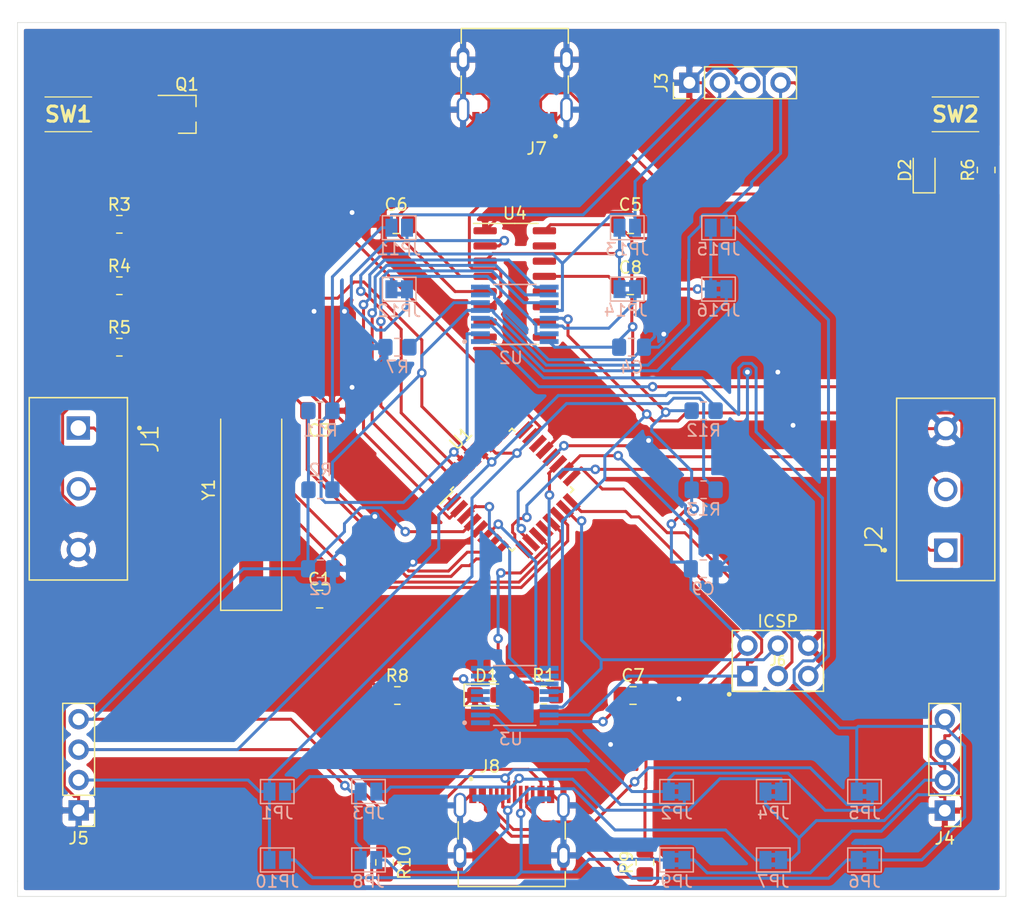
<source format=kicad_pcb>
(kicad_pcb (version 20171130) (host pcbnew "(5.1.10)-1")
  (layers (0 F.Cu signal) (31 B.Cu signal) (34 B.Paste user) (35 F.Paste user) (36 B.SilkS user) (37 F.SilkS user) (38 B.Mask user) (39 F.Mask user) (44 Edge.Cuts user))
  (net 0 "")
  (net 1 XTAL1)
  (net 2 GND)
  (net 3 XTAL2)
  (net 4 VCC)
  (net 5 "Net-(D1-Pad2)")
  (net 6 SCK)
  (net 7 RST)
  (net 8 RX)
  (net 9 TX)
  (net 10 SCL)
  (net 11 SDA)
  (net 12 "Net-(U1-Pad20)")
  (net 13 "Net-(U1-Pad22)")
  (net 14 "Net-(J7-PadA5)")
  (net 15 "Net-(J7-PadB8)")
  (net 16 "Net-(J7-PadA8)")
  (net 17 "Net-(J7-PadB5)")
  (net 18 "Net-(C6-Pad2)")
  (net 19 SIG1A)
  (net 20 SIG1B)
  (net 21 D+)
  (net 22 D-)
  (net 23 SIG2A)
  (net 24 SIG2B)
  (net 25 "Net-(U1-Pad25)")
  (net 26 "Net-(U1-Pad26)")
  (net 27 EXTRX)
  (net 28 EXTTX)
  (net 29 EXTRST)
  (net 30 "Net-(D2-Pad2)")
  (net 31 STOPRST)
  (net 32 "Net-(Q1-Pad1)")
  (net 33 "Net-(U1-Pad12)")
  (net 34 "Net-(JP11-Pad1)")
  (net 35 MUXRX)
  (net 36 "Net-(JP13-Pad1)")
  (net 37 MUXTX)
  (net 38 MUXRST)
  (net 39 LED)
  (net 40 MOSI)
  (net 41 MISO)
  (net 42 MUX1S1)
  (net 43 MUX1S2)
  (net 44 MUX2S0)
  (net 45 MUX2S1)
  (net 46 MUX2S2)
  (net 47 MUX1S0)
  (net 48 "Net-(Q1-Pad3)")
  (net 49 "Net-(C8-Pad1)")
  (net 50 "Net-(C8-Pad2)")
  (net 51 "Net-(J8-PadA4B9)")
  (net 52 "Net-(J8-PadA6)")
  (net 53 "Net-(J8-PadB7)")
  (net 54 "Net-(J8-PadA5)")
  (net 55 "Net-(J8-PadB8)")
  (net 56 "Net-(J8-PadA7)")
  (net 57 "Net-(J8-PadB6)")
  (net 58 "Net-(J8-PadA8)")
  (net 59 "Net-(J8-PadB5)")
  (net 60 "Net-(J8-PadB4A9)")
  (net 61 "Net-(R5-Pad2)")
  (net 62 "Net-(R7-Pad2)")
  (net 63 "Net-(R8-Pad2)")
  (net 64 "Net-(U1-Pad24)")
  (net 65 "Net-(U3-Pad1)")
  (net 66 "Net-(U3-Pad3)")
  (net 67 "Net-(U3-Pad4)")
  (net 68 "Net-(U3-Pad5)")
  (net 69 "Net-(U3-Pad13)")
  (net 70 "Net-(U4-Pad7)")
  (net 71 "Net-(U4-Pad8)")
  (net 72 "Net-(U4-Pad9)")
  (net 73 "Net-(U4-Pad10)")
  (net 74 "Net-(U4-Pad11)")
  (net 75 "Net-(U4-Pad12)")
  (net 76 "Net-(U4-Pad14)")
  (net 77 "Net-(U4-Pad15)")
  (module Capacitor_SMD:C_0805_2012Metric_Pad1.18x1.45mm_HandSolder (layer B.Cu) (at 176.017 7.5438)
    (fp_text reference C9 (at 0 1.68) (layer B.SilkS) (effects (justify mirror)))
    (fp_text value 100n)
    (pad 2 smd roundrect (at 1.0375 0) (size 1.175 1.45) (layers B.Cu B.Paste B.Mask) (roundrect_rratio 0.212766) (net 2 GND))
    (pad 1 smd roundrect (at -1.0375 0) (size 1.175 1.45) (layers B.Cu B.Paste B.Mask) (roundrect_rratio 0.212766) (net 4 VCC))
  )
  (module Capacitor_SMD:C_0805_2012Metric_Pad1.18x1.45mm_HandSolder (layer F.Cu) (at 143.977 -5.6642)
    (fp_text reference C3 (at 0 1.651) (layer F.SilkS))
    (fp_text value 22p)
    (pad 1 smd roundrect (at -1.0375 0) (size 1.175 1.45) (layers F.Cu F.Paste F.Mask) (roundrect_rratio 0.212766) (net 3 XTAL2))
    (pad 2 smd roundrect (at 1.0375 0) (size 1.175 1.45) (layers F.Cu F.Paste F.Mask) (roundrect_rratio 0.212766) (net 2 GND))
  )
  (module Capacitor_SMD:C_0805_2012Metric_Pad1.18x1.45mm_HandSolder (layer B.Cu) (at 144.043 7.5438)
    (fp_text reference C2 (at 0 1.68) (layer B.SilkS) (effects (justify mirror)))
    (fp_text value 100n)
    (pad 2 smd roundrect (at 1.0375 0) (size 1.175 1.45) (layers B.Cu B.Paste B.Mask) (roundrect_rratio 0.212766) (net 2 GND))
    (pad 1 smd roundrect (at -1.0375 0) (size 1.175 1.45) (layers B.Cu B.Paste B.Mask) (roundrect_rratio 0.212766) (net 4 VCC))
  )
  (module LED_SMD:LED_0805_2012Metric_Castellated (layer F.Cu) (at 194.462 -25.7556 90)
    (fp_text reference D2 (at 0 -1.6 90) (layer F.SilkS))
    (fp_text value 17-21/BHC-XL2M2TY/3T)
    (pad 1 smd roundrect (at -0.9625 0 90) (size 1.325 1.3) (layers F.Cu F.Paste F.Mask) (roundrect_rratio 0.192308) (net 2 GND))
    (pad 2 smd roundrect (at 0.9625 0 90) (size 1.325 1.3) (layers F.Cu F.Paste F.Mask) (roundrect_rratio 0.192308) (net 30 "Net-(D2-Pad2)"))
  )
  (module HRO_TYPE-C-31-M-12:HRO_TYPE-C-31-M-12 (layer F.Cu) (at 160.02 31.496)
    (fp_text reference J8 (at -1.825 -7.435) (layer F.SilkS))
    (fp_text value TYPE-C-31-M-12)
    (pad A1B12 smd rect (at -3.25 -5.095) (size 0.6 1.45) (layers F.Cu F.Paste F.Mask) (net 2 GND))
    (pad A4B9 smd rect (at -2.45 -5.095) (size 0.6 1.45) (layers F.Cu F.Paste F.Mask) (net 51 "Net-(J8-PadA4B9)"))
    (pad A6 smd rect (at -0.25 -5.095) (size 0.3 1.45) (layers F.Cu F.Paste F.Mask) (net 52 "Net-(J8-PadA6)"))
    (pad B7 smd rect (at -0.75 -5.095) (size 0.3 1.45) (layers F.Cu F.Paste F.Mask) (net 53 "Net-(J8-PadB7)"))
    (pad A5 smd rect (at -1.25 -5.095) (size 0.3 1.45) (layers F.Cu F.Paste F.Mask) (net 54 "Net-(J8-PadA5)"))
    (pad B8 smd rect (at -1.75 -5.095) (size 0.3 1.45) (layers F.Cu F.Paste F.Mask) (net 55 "Net-(J8-PadB8)"))
    (pad A7 smd rect (at 0.25 -5.095) (size 0.3 1.45) (layers F.Cu F.Paste F.Mask) (net 56 "Net-(J8-PadA7)"))
    (pad B6 smd rect (at 0.75 -5.095) (size 0.3 1.45) (layers F.Cu F.Paste F.Mask) (net 57 "Net-(J8-PadB6)"))
    (pad A8 smd rect (at 1.25 -5.095) (size 0.3 1.45) (layers F.Cu F.Paste F.Mask) (net 58 "Net-(J8-PadA8)"))
    (pad B5 smd rect (at 1.75 -5.095) (size 0.3 1.45) (layers F.Cu F.Paste F.Mask) (net 59 "Net-(J8-PadB5)"))
    (pad B4A9 smd rect (at 2.45 -5.095) (size 0.6 1.45) (layers F.Cu F.Paste F.Mask) (net 60 "Net-(J8-PadB4A9)"))
    (pad B1A12 smd rect (at 3.25 -5.095) (size 0.6 1.45) (layers F.Cu F.Paste F.Mask) (net 2 GND))
    (pad S1 thru_hole oval (at -4.32 -4.18) (size 1.05 2.1) (drill oval 0.65 1.75) (layers *.Cu *.Mask) (net 2 GND))
    (pad S2 thru_hole oval (at 4.32 -4.18) (size 1.05 2.1) (drill oval 0.65 1.75) (layers *.Cu *.Mask) (net 2 GND))
    (pad S3 thru_hole oval (at -4.32 0) (size 1.05 2.1) (drill oval 0.65 1.25) (layers *.Cu *.Mask) (net 2 GND))
    (pad S4 thru_hole oval (at 4.32 0) (size 1.05 2.1) (drill oval 0.65 1.25) (layers *.Cu *.Mask) (net 2 GND))
    (pad None np_thru_hole circle (at -2.89 -3.65) (size 0.7 0.7) (drill 0.7) (layers *.Cu *.Mask))
    (pad None np_thru_hole circle (at 2.89 -3.65) (size 0.7 0.7) (drill 0.7) (layers *.Cu *.Mask))
  )
  (module Jumper:SolderJumper-2_P1.3mm_Open_Pad1.0x1.5mm (layer B.Cu) (at 140.437 26.162)
    (fp_text reference JP1 (at 0 1.8) (layer B.SilkS) (effects (justify mirror)))
    (fp_text value SolderJumper)
    (pad 2 smd rect (at 0.65 0) (size 1 1.5) (layers B.Cu B.Mask) (net 52 "Net-(J8-PadA6)"))
    (pad 1 smd rect (at -0.65 0) (size 1 1.5) (layers B.Cu B.Mask) (net 11 SDA))
  )
  (module Jumper:SolderJumper-2_P1.3mm_Open_Pad1.0x1.5mm (layer B.Cu) (at 148.057 26.162)
    (fp_text reference JP3 (at 0 1.8) (layer B.SilkS) (effects (justify mirror)))
    (fp_text value SolderJumper)
    (pad 1 smd rect (at -0.65 0) (size 1 1.5) (layers B.Cu B.Mask) (net 10 SCL))
    (pad 2 smd rect (at 0.65 0) (size 1 1.5) (layers B.Cu B.Mask) (net 56 "Net-(J8-PadA7)"))
  )
  (module Jumper:SolderJumper-2_P1.3mm_Open_Pad1.0x1.5mm (layer B.Cu) (at 148.057 31.877)
    (fp_text reference JP8 (at 0 1.8) (layer B.SilkS) (effects (justify mirror)))
    (fp_text value SolderJumper)
    (pad 1 smd rect (at -0.65 0) (size 1 1.5) (layers B.Cu B.Mask) (net 10 SCL))
    (pad 2 smd rect (at 0.65 0) (size 1 1.5) (layers B.Cu B.Mask) (net 53 "Net-(J8-PadB7)"))
  )
  (module Jumper:SolderJumper-2_P1.3mm_Open_Pad1.0x1.5mm (layer B.Cu) (at 140.437 31.877)
    (fp_text reference JP10 (at 0 1.8) (layer B.SilkS) (effects (justify mirror)))
    (fp_text value SolderJumper)
    (pad 2 smd rect (at 0.65 0) (size 1 1.5) (layers B.Cu B.Mask) (net 57 "Net-(J8-PadB6)"))
    (pad 1 smd rect (at -0.65 0) (size 1 1.5) (layers B.Cu B.Mask) (net 11 SDA))
  )
  (module Resistor_SMD:R_0805_2012Metric_Pad1.20x1.40mm_HandSolder (layer B.Cu) (at 144.043 0.9398 180)
    (fp_text reference R2 (at 0 1.65) (layer B.SilkS) (effects (justify mirror)))
    (fp_text value 10k)
    (pad 1 smd roundrect (at -1 0 180) (size 1.2 1.4) (layers B.Cu B.Paste B.Mask) (roundrect_rratio 0.208333) (net 7 RST))
    (pad 2 smd roundrect (at 1 0 180) (size 1.2 1.4) (layers B.Cu B.Paste B.Mask) (roundrect_rratio 0.208333) (net 4 VCC))
  )
  (module Resistor_SMD:R_0805_2012Metric_Pad1.20x1.40mm_HandSolder (layer F.Cu) (at 199.644 -25.781 270)
    (fp_text reference R6 (at 0 1.524 90) (layer F.SilkS))
    (fp_text value 200)
    (pad 2 smd roundrect (at 1 0 270) (size 1.2 1.4) (layers F.Cu F.Paste F.Mask) (roundrect_rratio 0.208333) (net 4 VCC))
    (pad 1 smd roundrect (at -1 0 270) (size 1.2 1.4) (layers F.Cu F.Paste F.Mask) (roundrect_rratio 0.208333) (net 30 "Net-(D2-Pad2)"))
  )
  (module Crystal:Crystal_SMD_HC49-SD_HandSoldering (layer F.Cu) (at 138.262 0.9398 90)
    (fp_text reference Y1 (at 0 -3.55 90) (layer F.SilkS))
    (fp_text value 16MHz)
    (pad 1 smd rect (at -5.9375 0 90) (size 7.875 2) (layers F.Cu F.Paste F.Mask) (net 1 XTAL1))
    (pad 2 smd rect (at 5.9375 0 90) (size 7.875 2) (layers F.Cu F.Paste F.Mask) (net 3 XTAL2))
  )
  (module Capacitor_SMD:C_0805_2012Metric_Pad1.18x1.45mm_HandSolder (layer F.Cu) (at 143.977 10.0838)
    (fp_text reference C1 (at 0 -1.68) (layer F.SilkS))
    (fp_text value 22p)
    (pad 1 smd roundrect (at -1.0375 0) (size 1.175 1.45) (layers F.Cu F.Paste F.Mask) (roundrect_rratio 0.212766) (net 1 XTAL1))
    (pad 2 smd roundrect (at 1.0375 0) (size 1.175 1.45) (layers F.Cu F.Paste F.Mask) (roundrect_rratio 0.212766) (net 2 GND))
  )
  (module CUI_TB006-508-03BE:CUI_TB006-508-03BE (layer F.Cu) (at 123.825 -4.2164 270)
    (fp_text reference J1 (at 0.905 -5.989 90) (layer F.SilkS) (effects (font (size 1.4 1.4))))
    (fp_text value Screw_Terminal_01x03)
    (pad 1 thru_hole rect (at 0 0 270) (size 1.95 1.95) (drill 1.3) (layers *.Cu *.Mask) (net 19 SIG1A))
    (pad 2 thru_hole circle (at 5.08 0 270) (size 1.95 1.95) (drill 1.3) (layers *.Cu *.Mask) (net 20 SIG1B))
    (pad 3 thru_hole circle (at 10.16 0 270) (size 1.95 1.95) (drill 1.3) (layers *.Cu *.Mask) (net 2 GND))
  )
  (module HRO_TYPE-C-31-M-12:HRO_TYPE-C-31-M-12 (layer F.Cu) (at 160.274 -35.0012 180)
    (fp_text reference J7 (at -1.825 -7.435) (layer F.SilkS))
    (fp_text value TYPE-C-31-M-12)
    (pad A1B12 smd rect (at -3.25 -5.095 180) (size 0.6 1.45) (layers F.Cu F.Paste F.Mask) (net 2 GND))
    (pad A4B9 smd rect (at -2.45 -5.095 180) (size 0.6 1.45) (layers F.Cu F.Paste F.Mask) (net 4 VCC))
    (pad A6 smd rect (at -0.25 -5.095 180) (size 0.3 1.45) (layers F.Cu F.Paste F.Mask) (net 21 D+))
    (pad B7 smd rect (at -0.75 -5.095 180) (size 0.3 1.45) (layers F.Cu F.Paste F.Mask) (net 22 D-))
    (pad A5 smd rect (at -1.25 -5.095 180) (size 0.3 1.45) (layers F.Cu F.Paste F.Mask) (net 14 "Net-(J7-PadA5)"))
    (pad B8 smd rect (at -1.75 -5.095 180) (size 0.3 1.45) (layers F.Cu F.Paste F.Mask) (net 15 "Net-(J7-PadB8)"))
    (pad A7 smd rect (at 0.25 -5.095 180) (size 0.3 1.45) (layers F.Cu F.Paste F.Mask) (net 22 D-))
    (pad B6 smd rect (at 0.75 -5.095 180) (size 0.3 1.45) (layers F.Cu F.Paste F.Mask) (net 21 D+))
    (pad A8 smd rect (at 1.25 -5.095 180) (size 0.3 1.45) (layers F.Cu F.Paste F.Mask) (net 16 "Net-(J7-PadA8)"))
    (pad B5 smd rect (at 1.75 -5.095 180) (size 0.3 1.45) (layers F.Cu F.Paste F.Mask) (net 17 "Net-(J7-PadB5)"))
    (pad B4A9 smd rect (at 2.45 -5.095 180) (size 0.6 1.45) (layers F.Cu F.Paste F.Mask) (net 4 VCC))
    (pad B1A12 smd rect (at 3.25 -5.095 180) (size 0.6 1.45) (layers F.Cu F.Paste F.Mask) (net 2 GND))
    (pad S1 thru_hole oval (at -4.32 -4.18 180) (size 1.05 2.1) (drill oval 0.65 1.75) (layers *.Cu *.Mask) (net 2 GND))
    (pad S2 thru_hole oval (at 4.32 -4.18 180) (size 1.05 2.1) (drill oval 0.65 1.75) (layers *.Cu *.Mask) (net 2 GND))
    (pad S3 thru_hole oval (at -4.32 0 180) (size 1.05 2.1) (drill oval 0.65 1.25) (layers *.Cu *.Mask) (net 2 GND))
    (pad S4 thru_hole oval (at 4.32 0 180) (size 1.05 2.1) (drill oval 0.65 1.25) (layers *.Cu *.Mask) (net 2 GND))
    (pad None np_thru_hole circle (at -2.89 -3.65 180) (size 0.7 0.7) (drill 0.7) (layers *.Cu *.Mask))
    (pad None np_thru_hole circle (at 2.89 -3.65 180) (size 0.7 0.7) (drill 0.7) (layers *.Cu *.Mask))
  )
  (module Package_SO:SOIC-16_3.9x9.9mm_P1.27mm (layer F.Cu) (at 160.274 -16.256)
    (fp_text reference U4 (at 0 -5.9) (layer F.SilkS))
    (fp_text value CH340C)
    (pad 1 smd roundrect (at -2.475 -4.445) (size 1.95 0.6) (layers F.Cu F.Paste F.Mask) (net 2 GND))
    (pad 2 smd roundrect (at -2.475 -3.175) (size 1.95 0.6) (layers F.Cu F.Paste F.Mask) (net 34 "Net-(JP11-Pad1)"))
    (pad 3 smd roundrect (at -2.475 -1.905) (size 1.95 0.6) (layers F.Cu F.Paste F.Mask) (net 36 "Net-(JP13-Pad1)"))
    (pad 4 smd roundrect (at -2.475 -0.635) (size 1.95 0.6) (layers F.Cu F.Paste F.Mask) (net 18 "Net-(C6-Pad2)"))
    (pad 5 smd roundrect (at -2.475 0.635) (size 1.95 0.6) (layers F.Cu F.Paste F.Mask) (net 21 D+))
    (pad 6 smd roundrect (at -2.475 1.905) (size 1.95 0.6) (layers F.Cu F.Paste F.Mask) (net 22 D-))
    (pad 7 smd roundrect (at -2.475 3.175) (size 1.95 0.6) (layers F.Cu F.Paste F.Mask) (net 70 "Net-(U4-Pad7)"))
    (pad 8 smd roundrect (at -2.475 4.445) (size 1.95 0.6) (layers F.Cu F.Paste F.Mask) (net 71 "Net-(U4-Pad8)"))
    (pad 9 smd roundrect (at 2.475 4.445) (size 1.95 0.6) (layers F.Cu F.Paste F.Mask) (net 72 "Net-(U4-Pad9)"))
    (pad 10 smd roundrect (at 2.475 3.175) (size 1.95 0.6) (layers F.Cu F.Paste F.Mask) (net 73 "Net-(U4-Pad10)"))
    (pad 11 smd roundrect (at 2.475 1.905) (size 1.95 0.6) (layers F.Cu F.Paste F.Mask) (net 74 "Net-(U4-Pad11)"))
    (pad 12 smd roundrect (at 2.475 0.635) (size 1.95 0.6) (layers F.Cu F.Paste F.Mask) (net 75 "Net-(U4-Pad12)"))
    (pad 13 smd roundrect (at 2.475 -0.635) (size 1.95 0.6) (layers F.Cu F.Paste F.Mask) (net 50 "Net-(C8-Pad2)"))
    (pad 14 smd roundrect (at 2.475 -1.905) (size 1.95 0.6) (layers F.Cu F.Paste F.Mask) (net 76 "Net-(U4-Pad14)"))
    (pad 15 smd roundrect (at 2.475 -3.175) (size 1.95 0.6) (layers F.Cu F.Paste F.Mask) (net 77 "Net-(U4-Pad15)"))
    (pad 16 smd roundrect (at 2.475 -4.445) (size 1.95 0.6) (layers F.Cu F.Paste F.Mask) (net 4 VCC))
  )
  (module Capacitor_SMD:C_0805_2012Metric_Pad1.18x1.45mm_HandSolder (layer F.Cu) (at 169.926 -21.209)
    (fp_text reference C5 (at 0 -1.68) (layer F.SilkS))
    (fp_text value 100n)
    (pad 2 smd roundrect (at 1.0375 0) (size 1.175 1.45) (layers F.Cu F.Paste F.Mask) (roundrect_rratio 0.212766) (net 2 GND))
    (pad 1 smd roundrect (at -1.0375 0) (size 1.175 1.45) (layers F.Cu F.Paste F.Mask) (roundrect_rratio 0.212766) (net 4 VCC))
  )
  (module Capacitor_SMD:C_0805_2012Metric_Pad1.18x1.45mm_HandSolder (layer F.Cu) (at 150.368 -21.209)
    (fp_text reference C6 (at 0 -1.68) (layer F.SilkS))
    (fp_text value 100n)
    (pad 1 smd roundrect (at -1.0375 0) (size 1.175 1.45) (layers F.Cu F.Paste F.Mask) (roundrect_rratio 0.212766) (net 2 GND))
    (pad 2 smd roundrect (at 1.0375 0) (size 1.175 1.45) (layers F.Cu F.Paste F.Mask) (roundrect_rratio 0.212766) (net 18 "Net-(C6-Pad2)"))
  )
  (module Capacitor_SMD:C_0805_2012Metric_Pad1.18x1.45mm_HandSolder (layer F.Cu) (at 169.926 -16.1036 180)
    (fp_text reference C8 (at 0 1.524) (layer F.SilkS))
    (fp_text value 100n)
    (pad 1 smd roundrect (at -1.0375 0 180) (size 1.175 1.45) (layers F.Cu F.Paste F.Mask) (roundrect_rratio 0.212766) (net 49 "Net-(C8-Pad1)"))
    (pad 2 smd roundrect (at 1.0375 0 180) (size 1.175 1.45) (layers F.Cu F.Paste F.Mask) (roundrect_rratio 0.212766) (net 50 "Net-(C8-Pad2)"))
  )
  (module CUI_TB006-508-03BE:CUI_TB006-508-03BE (layer F.Cu) (at 196.266 5.9944 90)
    (fp_text reference J2 (at 0.905 -5.989 90) (layer F.SilkS) (effects (font (size 1.4 1.4))))
    (fp_text value Screw_Terminal_01x03)
    (pad 1 thru_hole rect (at 0 0 90) (size 1.95 1.95) (drill 1.3) (layers *.Cu *.Mask) (net 23 SIG2A))
    (pad 2 thru_hole circle (at 5.08 0 90) (size 1.95 1.95) (drill 1.3) (layers *.Cu *.Mask) (net 24 SIG2B))
    (pad 3 thru_hole circle (at 10.16 0 90) (size 1.95 1.95) (drill 1.3) (layers *.Cu *.Mask) (net 2 GND))
  )
  (module Jumper:SolderJumper-2_P1.3mm_Bridged2Bar_Pad1.0x1.5mm (layer B.Cu) (at 173.787 26.162)
    (fp_text reference JP2 (at 0 1.8) (layer B.SilkS) (effects (justify mirror)))
    (fp_text value SolderJumper_Bridged)
    (fp_poly (pts (xy -0.25 0.6) (xy 0.25 0.6) (xy 0.25 0.2) (xy -0.25 0.2)) (layer B.Cu) (width 0))
    (fp_poly (pts (xy -0.25 -0.2) (xy 0.25 -0.2) (xy 0.25 -0.6) (xy -0.25 -0.6)) (layer B.Cu) (width 0))
    (pad 2 smd rect (at 0.65 0) (size 1 1.5) (layers B.Cu B.Mask) (net 52 "Net-(J8-PadA6)"))
    (pad 1 smd rect (at -0.65 0) (size 1 1.5) (layers B.Cu B.Mask) (net 27 EXTRX))
  )
  (module Jumper:SolderJumper-2_P1.3mm_Bridged2Bar_Pad1.0x1.5mm (layer B.Cu) (at 181.864 26.162)
    (fp_text reference JP4 (at 0 1.8) (layer B.SilkS) (effects (justify mirror)))
    (fp_text value SolderJumper_Bridged)
    (fp_poly (pts (xy -0.25 -0.2) (xy 0.25 -0.2) (xy 0.25 -0.6) (xy -0.25 -0.6)) (layer B.Cu) (width 0))
    (fp_poly (pts (xy -0.25 0.6) (xy 0.25 0.6) (xy 0.25 0.2) (xy -0.25 0.2)) (layer B.Cu) (width 0))
    (pad 1 smd rect (at -0.65 0) (size 1 1.5) (layers B.Cu B.Mask) (net 28 EXTTX))
    (pad 2 smd rect (at 0.65 0) (size 1 1.5) (layers B.Cu B.Mask) (net 56 "Net-(J8-PadA7)"))
  )
  (module Jumper:SolderJumper-2_P1.3mm_Bridged2Bar_Pad1.0x1.5mm (layer B.Cu) (at 189.484 26.162)
    (fp_text reference JP5 (at 0 1.8) (layer B.SilkS) (effects (justify mirror)))
    (fp_text value SolderJumper_Bridged)
    (fp_poly (pts (xy -0.25 0.6) (xy 0.25 0.6) (xy 0.25 0.2) (xy -0.25 0.2)) (layer B.Cu) (width 0))
    (fp_poly (pts (xy -0.25 -0.2) (xy 0.25 -0.2) (xy 0.25 -0.6) (xy -0.25 -0.6)) (layer B.Cu) (width 0))
    (pad 2 smd rect (at 0.65 0) (size 1 1.5) (layers B.Cu B.Mask) (net 58 "Net-(J8-PadA8)"))
    (pad 1 smd rect (at -0.65 0) (size 1 1.5) (layers B.Cu B.Mask) (net 29 EXTRST))
  )
  (module Jumper:SolderJumper-2_P1.3mm_Bridged2Bar_Pad1.0x1.5mm (layer B.Cu) (at 189.484 31.877)
    (fp_text reference JP6 (at 0 1.8) (layer B.SilkS) (effects (justify mirror)))
    (fp_text value SolderJumper_Bridged)
    (fp_poly (pts (xy -0.25 -0.2) (xy 0.25 -0.2) (xy 0.25 -0.6) (xy -0.25 -0.6)) (layer B.Cu) (width 0))
    (fp_poly (pts (xy -0.25 0.6) (xy 0.25 0.6) (xy 0.25 0.2) (xy -0.25 0.2)) (layer B.Cu) (width 0))
    (pad 1 smd rect (at -0.65 0) (size 1 1.5) (layers B.Cu B.Mask) (net 55 "Net-(J8-PadB8)"))
    (pad 2 smd rect (at 0.65 0) (size 1 1.5) (layers B.Cu B.Mask) (net 29 EXTRST))
  )
  (module Jumper:SolderJumper-2_P1.3mm_Bridged2Bar_Pad1.0x1.5mm (layer B.Cu) (at 181.864 31.877)
    (fp_text reference JP7 (at 0 1.8) (layer B.SilkS) (effects (justify mirror)))
    (fp_text value SolderJumper_Bridged)
    (fp_poly (pts (xy -0.25 0.6) (xy 0.25 0.6) (xy 0.25 0.2) (xy -0.25 0.2)) (layer B.Cu) (width 0))
    (fp_poly (pts (xy -0.25 -0.2) (xy 0.25 -0.2) (xy 0.25 -0.6) (xy -0.25 -0.6)) (layer B.Cu) (width 0))
    (pad 2 smd rect (at 0.65 0) (size 1 1.5) (layers B.Cu B.Mask) (net 28 EXTTX))
    (pad 1 smd rect (at -0.65 0) (size 1 1.5) (layers B.Cu B.Mask) (net 53 "Net-(J8-PadB7)"))
  )
  (module Jumper:SolderJumper-2_P1.3mm_Bridged2Bar_Pad1.0x1.5mm (layer B.Cu) (at 173.787 31.877)
    (fp_text reference JP9 (at 0 1.8) (layer B.SilkS) (effects (justify mirror)))
    (fp_text value SolderJumper_Bridged)
    (fp_poly (pts (xy -0.25 -0.2) (xy 0.25 -0.2) (xy 0.25 -0.6) (xy -0.25 -0.6)) (layer B.Cu) (width 0))
    (fp_poly (pts (xy -0.25 0.6) (xy 0.25 0.6) (xy 0.25 0.2) (xy -0.25 0.2)) (layer B.Cu) (width 0))
    (pad 1 smd rect (at -0.65 0) (size 1 1.5) (layers B.Cu B.Mask) (net 57 "Net-(J8-PadB6)"))
    (pad 2 smd rect (at 0.65 0) (size 1 1.5) (layers B.Cu B.Mask) (net 27 EXTRX))
  )
  (module Resistor_SMD:R_0805_2012Metric_Pad1.20x1.40mm_HandSolder (layer F.Cu) (at 127.25 -16.1059)
    (fp_text reference R4 (at 0 -1.65) (layer F.SilkS))
    (fp_text value 120)
    (pad 1 smd roundrect (at -1 0) (size 1.2 1.4) (layers F.Cu F.Paste F.Mask) (roundrect_rratio 0.208333) (net 7 RST))
    (pad 2 smd roundrect (at 1 0) (size 1.2 1.4) (layers F.Cu F.Paste F.Mask) (roundrect_rratio 0.208333) (net 48 "Net-(Q1-Pad3)"))
  )
  (module Resistor_SMD:R_0805_2012Metric_Pad1.20x1.40mm_HandSolder (layer F.Cu) (at 171.145 32.0802 270)
    (fp_text reference R9 (at 0 1.524 90) (layer F.SilkS))
    (fp_text value 40.2)
    (pad 2 smd roundrect (at 1 0 270) (size 1.2 1.4) (layers F.Cu F.Paste F.Mask) (roundrect_rratio 0.208333) (net 51 "Net-(J8-PadA4B9)"))
    (pad 1 smd roundrect (at -1 0 270) (size 1.2 1.4) (layers F.Cu F.Paste F.Mask) (roundrect_rratio 0.208333) (net 4 VCC))
  )
  (module Resistor_SMD:R_0805_2012Metric_Pad1.20x1.40mm_HandSolder (layer F.Cu) (at 149.403 32.0802 270)
    (fp_text reference R10 (at 0 -1.65 90) (layer F.SilkS))
    (fp_text value 40.2)
    (pad 1 smd roundrect (at -1 0 270) (size 1.2 1.4) (layers F.Cu F.Paste F.Mask) (roundrect_rratio 0.208333) (net 4 VCC))
    (pad 2 smd roundrect (at 1 0 270) (size 1.2 1.4) (layers F.Cu F.Paste F.Mask) (roundrect_rratio 0.208333) (net 60 "Net-(J8-PadB4A9)"))
  )
  (module CD74HC4053PWR:SOP65P640X120-16N (layer B.Cu) (at 160.274 -13.716)
    (fp_text reference U2 (at -0.325 3.635) (layer B.SilkS) (effects (justify mirror)))
    (fp_text value CD74HC4053PWR)
    (pad 1 smd rect (at -2.87 2.275) (size 1.57 0.41) (layers B.Cu B.Paste B.Mask) (net 27 EXTRX))
    (pad 2 smd rect (at -2.87 1.625) (size 1.57 0.41) (layers B.Cu B.Paste B.Mask) (net 8 RX))
    (pad 3 smd rect (at -2.87 0.975) (size 1.57 0.41) (layers B.Cu B.Paste B.Mask) (net 29 EXTRST))
    (pad 4 smd rect (at -2.87 0.325) (size 1.57 0.41) (layers B.Cu B.Paste B.Mask) (net 38 MUXRST))
    (pad 5 smd rect (at -2.87 -0.325) (size 1.57 0.41) (layers B.Cu B.Paste B.Mask) (net 7 RST))
    (pad 6 smd rect (at -2.87 -0.975) (size 1.57 0.41) (layers B.Cu B.Paste B.Mask) (net 62 "Net-(R7-Pad2)"))
    (pad 7 smd rect (at -2.87 -1.625) (size 1.57 0.41) (layers B.Cu B.Paste B.Mask) (net 2 GND))
    (pad 8 smd rect (at -2.87 -2.275) (size 1.57 0.41) (layers B.Cu B.Paste B.Mask) (net 2 GND))
    (pad 9 smd rect (at 2.87 -2.275) (size 1.57 0.41) (layers B.Cu B.Paste B.Mask) (net 43 MUX1S2))
    (pad 10 smd rect (at 2.87 -1.625) (size 1.57 0.41) (layers B.Cu B.Paste B.Mask) (net 42 MUX1S1))
    (pad 11 smd rect (at 2.87 -0.975) (size 1.57 0.41) (layers B.Cu B.Paste B.Mask) (net 47 MUX1S0))
    (pad 12 smd rect (at 2.87 -0.325) (size 1.57 0.41) (layers B.Cu B.Paste B.Mask) (net 9 TX))
    (pad 13 smd rect (at 2.87 0.325) (size 1.57 0.41) (layers B.Cu B.Paste B.Mask) (net 28 EXTTX))
    (pad 14 smd rect (at 2.87 0.975) (size 1.57 0.41) (layers B.Cu B.Paste B.Mask) (net 37 MUXTX))
    (pad 15 smd rect (at 2.87 1.625) (size 1.57 0.41) (layers B.Cu B.Paste B.Mask) (net 35 MUXRX))
    (pad 16 smd rect (at 2.87 2.275) (size 1.57 0.41) (layers B.Cu B.Paste B.Mask) (net 4 VCC))
  )
  (module Capacitor_SMD:C_0805_2012Metric_Pad1.18x1.45mm_HandSolder (layer B.Cu) (at 170.028 -10.9728)
    (fp_text reference C4 (at 0 1.68) (layer B.SilkS) (effects (justify mirror)))
    (fp_text value 100n)
    (pad 1 smd roundrect (at -1.0375 0) (size 1.175 1.45) (layers B.Cu B.Paste B.Mask) (roundrect_rratio 0.212766) (net 4 VCC))
    (pad 2 smd roundrect (at 1.0375 0) (size 1.175 1.45) (layers B.Cu B.Paste B.Mask) (roundrect_rratio 0.212766) (net 2 GND))
  )
  (module Resistor_SMD:R_0805_2012Metric_Pad1.20x1.40mm_HandSolder (layer B.Cu) (at 150.47 -10.9728)
    (fp_text reference R7 (at 0 1.65) (layer B.SilkS) (effects (justify mirror)))
    (fp_text value 10k)
    (pad 1 smd roundrect (at -1 0) (size 1.2 1.4) (layers B.Cu B.Paste B.Mask) (roundrect_rratio 0.208333) (net 2 GND))
    (pad 2 smd roundrect (at 1 0) (size 1.2 1.4) (layers B.Cu B.Paste B.Mask) (roundrect_rratio 0.208333) (net 62 "Net-(R7-Pad2)"))
  )
  (module Package_TO_SOT_SMD:SOT-23_Handsoldering (layer F.Cu) (at 132.893 -30.4292)
    (fp_text reference Q1 (at 0 -2.5) (layer F.SilkS))
    (fp_text value Q_NPN_BCE)
    (pad 1 smd rect (at -1.5 -0.95) (size 1.9 0.8) (layers F.Cu F.Paste F.Mask) (net 32 "Net-(Q1-Pad1)"))
    (pad 2 smd rect (at -1.5 0.95) (size 1.9 0.8) (layers F.Cu F.Paste F.Mask) (net 4 VCC))
    (pad 3 smd rect (at 1.5 0) (size 1.9 0.8) (layers F.Cu F.Paste F.Mask) (net 48 "Net-(Q1-Pad3)"))
  )
  (module Resistor_SMD:R_0805_2012Metric_Pad1.20x1.40mm_HandSolder (layer F.Cu) (at 127.25 -21.239)
    (fp_text reference R3 (at 0 -1.65) (layer F.SilkS))
    (fp_text value 40.2)
    (pad 1 smd roundrect (at -1 0) (size 1.2 1.4) (layers F.Cu F.Paste F.Mask) (roundrect_rratio 0.208333) (net 32 "Net-(Q1-Pad1)"))
    (pad 2 smd roundrect (at 1 0) (size 1.2 1.4) (layers F.Cu F.Paste F.Mask) (roundrect_rratio 0.208333) (net 31 STOPRST))
  )
  (module Package_QFP:TQFP-32_7x7mm_P0.8mm (layer F.Cu) (at 160.045 0.9398 45)
    (fp_text reference U1 (at 0 -6.05 45) (layer F.SilkS))
    (fp_text value ATmega328PB-AU)
    (pad 1 smd rect (at -4.25 -2.8 45) (size 1.6 0.55) (layers F.Cu F.Paste F.Mask) (net 42 MUX1S1))
    (pad 2 smd rect (at -4.25 -2 45) (size 1.6 0.55) (layers F.Cu F.Paste F.Mask) (net 43 MUX1S2))
    (pad 3 smd rect (at -4.25 -1.2 45) (size 1.6 0.55) (layers F.Cu F.Paste F.Mask) (net 44 MUX2S0))
    (pad 4 smd rect (at -4.25 -0.4 45) (size 1.6 0.55) (layers F.Cu F.Paste F.Mask) (net 4 VCC))
    (pad 5 smd rect (at -4.25 0.4 45) (size 1.6 0.55) (layers F.Cu F.Paste F.Mask) (net 2 GND))
    (pad 6 smd rect (at -4.25 1.2 45) (size 1.6 0.55) (layers F.Cu F.Paste F.Mask) (net 45 MUX2S1))
    (pad 7 smd rect (at -4.25 2 45) (size 1.6 0.55) (layers F.Cu F.Paste F.Mask) (net 1 XTAL1))
    (pad 8 smd rect (at -4.25 2.8 45) (size 1.6 0.55) (layers F.Cu F.Paste F.Mask) (net 3 XTAL2))
    (pad 9 smd rect (at -2.8 4.25 135) (size 1.6 0.55) (layers F.Cu F.Paste F.Mask) (net 23 SIG2A))
    (pad 10 smd rect (at -2 4.25 135) (size 1.6 0.55) (layers F.Cu F.Paste F.Mask) (net 24 SIG2B))
    (pad 11 smd rect (at -1.2 4.25 135) (size 1.6 0.55) (layers F.Cu F.Paste F.Mask) (net 39 LED))
    (pad 12 smd rect (at -0.4 4.25 135) (size 1.6 0.55) (layers F.Cu F.Paste F.Mask) (net 33 "Net-(U1-Pad12)"))
    (pad 13 smd rect (at 0.4 4.25 135) (size 1.6 0.55) (layers F.Cu F.Paste F.Mask) (net 19 SIG1A))
    (pad 14 smd rect (at 1.2 4.25 135) (size 1.6 0.55) (layers F.Cu F.Paste F.Mask) (net 20 SIG1B))
    (pad 15 smd rect (at 2 4.25 135) (size 1.6 0.55) (layers F.Cu F.Paste F.Mask) (net 40 MOSI))
    (pad 16 smd rect (at 2.8 4.25 135) (size 1.6 0.55) (layers F.Cu F.Paste F.Mask) (net 41 MISO))
    (pad 17 smd rect (at 4.25 2.8 45) (size 1.6 0.55) (layers F.Cu F.Paste F.Mask) (net 6 SCK))
    (pad 18 smd rect (at 4.25 2 45) (size 1.6 0.55) (layers F.Cu F.Paste F.Mask) (net 4 VCC))
    (pad 19 smd rect (at 4.25 1.2 45) (size 1.6 0.55) (layers F.Cu F.Paste F.Mask) (net 46 MUX2S2))
    (pad 20 smd rect (at 4.25 0.4 45) (size 1.6 0.55) (layers F.Cu F.Paste F.Mask) (net 12 "Net-(U1-Pad20)"))
    (pad 21 smd rect (at 4.25 -0.4 45) (size 1.6 0.55) (layers F.Cu F.Paste F.Mask) (net 2 GND))
    (pad 22 smd rect (at 4.25 -1.2 45) (size 1.6 0.55) (layers F.Cu F.Paste F.Mask) (net 13 "Net-(U1-Pad22)"))
    (pad 23 smd rect (at 4.25 -2 45) (size 1.6 0.55) (layers F.Cu F.Paste F.Mask) (net 31 STOPRST))
    (pad 24 smd rect (at 4.25 -2.8 45) (size 1.6 0.55) (layers F.Cu F.Paste F.Mask) (net 64 "Net-(U1-Pad24)"))
    (pad 25 smd rect (at 2.8 -4.25 135) (size 1.6 0.55) (layers F.Cu F.Paste F.Mask) (net 25 "Net-(U1-Pad25)"))
    (pad 26 smd rect (at 2 -4.25 135) (size 1.6 0.55) (layers F.Cu F.Paste F.Mask) (net 26 "Net-(U1-Pad26)"))
    (pad 27 smd rect (at 1.2 -4.25 135) (size 1.6 0.55) (layers F.Cu F.Paste F.Mask) (net 11 SDA))
    (pad 28 smd rect (at 0.4 -4.25 135) (size 1.6 0.55) (layers F.Cu F.Paste F.Mask) (net 10 SCL))
    (pad 29 smd rect (at -0.4 -4.25 135) (size 1.6 0.55) (layers F.Cu F.Paste F.Mask) (net 7 RST))
    (pad 30 smd rect (at -1.2 -4.25 135) (size 1.6 0.55) (layers F.Cu F.Paste F.Mask) (net 8 RX))
    (pad 31 smd rect (at -2 -4.25 135) (size 1.6 0.55) (layers F.Cu F.Paste F.Mask) (net 9 TX))
    (pad 32 smd rect (at -2.8 -4.25 135) (size 1.6 0.55) (layers F.Cu F.Paste F.Mask) (net 47 MUX1S0))
  )
  (module Jumper:SolderJumper-2_P1.3mm_Open_Pad1.0x1.5mm (layer B.Cu) (at 150.622 -20.955 180)
    (fp_text reference JP11 (at 0 -1.778) (layer B.SilkS) (effects (justify mirror)))
    (fp_text value SolderJumper)
    (pad 2 smd rect (at 0.65 0 180) (size 1 1.5) (layers B.Cu B.Mask) (net 8 RX))
    (pad 1 smd rect (at -0.65 0 180) (size 1 1.5) (layers B.Cu B.Mask) (net 34 "Net-(JP11-Pad1)"))
  )
  (module Jumper:SolderJumper-2_P1.3mm_Bridged2Bar_Pad1.0x1.5mm (layer B.Cu) (at 150.622 -15.8139)
    (fp_text reference JP12 (at 0 1.8) (layer B.SilkS) (effects (justify mirror)))
    (fp_text value SolderJumper_Bridged)
    (fp_poly (pts (xy -0.25 -0.2) (xy 0.25 -0.2) (xy 0.25 -0.6) (xy -0.25 -0.6)) (layer B.Cu) (width 0))
    (fp_poly (pts (xy -0.25 0.6) (xy 0.25 0.6) (xy 0.25 0.2) (xy -0.25 0.2)) (layer B.Cu) (width 0))
    (pad 1 smd rect (at -0.65 0) (size 1 1.5) (layers B.Cu B.Mask) (net 35 MUXRX))
    (pad 2 smd rect (at 0.65 0) (size 1 1.5) (layers B.Cu B.Mask) (net 34 "Net-(JP11-Pad1)"))
  )
  (module Jumper:SolderJumper-2_P1.3mm_Open_Pad1.0x1.5mm (layer B.Cu) (at 169.672 -20.955)
    (fp_text reference JP13 (at 0 1.8) (layer B.SilkS) (effects (justify mirror)))
    (fp_text value SolderJumper)
    (pad 1 smd rect (at -0.65 0) (size 1 1.5) (layers B.Cu B.Mask) (net 36 "Net-(JP13-Pad1)"))
    (pad 2 smd rect (at 0.65 0) (size 1 1.5) (layers B.Cu B.Mask) (net 9 TX))
  )
  (module Jumper:SolderJumper-2_P1.3mm_Bridged2Bar_Pad1.0x1.5mm (layer B.Cu) (at 169.672 -15.8289 180)
    (fp_text reference JP14 (at 0.127 -1.778) (layer B.SilkS) (effects (justify mirror)))
    (fp_text value SolderJumper_Bridged)
    (fp_poly (pts (xy -0.25 0.6) (xy 0.25 0.6) (xy 0.25 0.2) (xy -0.25 0.2)) (layer B.Cu) (width 0))
    (fp_poly (pts (xy -0.25 -0.2) (xy 0.25 -0.2) (xy 0.25 -0.6) (xy -0.25 -0.6)) (layer B.Cu) (width 0))
    (pad 2 smd rect (at 0.65 0 180) (size 1 1.5) (layers B.Cu B.Mask) (net 36 "Net-(JP13-Pad1)"))
    (pad 1 smd rect (at -0.65 0 180) (size 1 1.5) (layers B.Cu B.Mask) (net 37 MUXTX))
  )
  (module Jumper:SolderJumper-2_P1.3mm_Open_Pad1.0x1.5mm (layer B.Cu) (at 177.292 -20.955)
    (fp_text reference JP15 (at 0 1.8) (layer B.SilkS) (effects (justify mirror)))
    (fp_text value SolderJumper)
    (pad 2 smd rect (at 0.65 0) (size 1 1.5) (layers B.Cu B.Mask) (net 7 RST))
    (pad 1 smd rect (at -0.65 0) (size 1 1.5) (layers B.Cu B.Mask) (net 49 "Net-(C8-Pad1)"))
  )
  (module Jumper:SolderJumper-2_P1.3mm_Bridged2Bar_Pad1.0x1.5mm (layer B.Cu) (at 177.292 -15.8289 180)
    (fp_text reference JP16 (at 0 -1.778) (layer B.SilkS) (effects (justify mirror)))
    (fp_text value SolderJumper_Bridged)
    (fp_poly (pts (xy -0.25 -0.2) (xy 0.25 -0.2) (xy 0.25 -0.6) (xy -0.25 -0.6)) (layer B.Cu) (width 0))
    (fp_poly (pts (xy -0.25 0.6) (xy 0.25 0.6) (xy 0.25 0.2) (xy -0.25 0.2)) (layer B.Cu) (width 0))
    (pad 1 smd rect (at -0.65 0 180) (size 1 1.5) (layers B.Cu B.Mask) (net 38 MUXRST))
    (pad 2 smd rect (at 0.65 0 180) (size 1 1.5) (layers B.Cu B.Mask) (net 49 "Net-(C8-Pad1)"))
  )
  (module LED_SMD:LED_0805_2012Metric_Castellated (layer F.Cu) (at 157.926 18.0896)
    (fp_text reference D1 (at 0 -1.6) (layer F.SilkS))
    (fp_text value 17-21/BHC-XL2M2TY/3T)
    (pad 1 smd roundrect (at -0.9625 0) (size 1.325 1.3) (layers F.Cu F.Paste F.Mask) (roundrect_rratio 0.192308) (net 2 GND))
    (pad 2 smd roundrect (at 0.9625 0) (size 1.325 1.3) (layers F.Cu F.Paste F.Mask) (roundrect_rratio 0.192308) (net 5 "Net-(D1-Pad2)"))
  )
  (module Resistor_SMD:R_0805_2012Metric_Pad1.20x1.40mm_HandSolder (layer F.Cu) (at 162.706 18.0946)
    (fp_text reference R1 (at 0 -1.65) (layer F.SilkS))
    (fp_text value 200)
    (pad 1 smd roundrect (at -1 0) (size 1.2 1.4) (layers F.Cu F.Paste F.Mask) (roundrect_rratio 0.208333) (net 5 "Net-(D1-Pad2)"))
    (pad 2 smd roundrect (at 1 0) (size 1.2 1.4) (layers F.Cu F.Paste F.Mask) (roundrect_rratio 0.208333) (net 39 LED))
  )
  (module Capacitor_SMD:C_0805_2012Metric_Pad1.18x1.45mm_HandSolder (layer F.Cu) (at 170.151 18.1356)
    (fp_text reference C7 (at 0 -1.68) (layer F.SilkS))
    (fp_text value 100n)
    (pad 1 smd roundrect (at -1.0375 0) (size 1.175 1.45) (layers F.Cu F.Paste F.Mask) (roundrect_rratio 0.212766) (net 4 VCC))
    (pad 2 smd roundrect (at 1.0375 0) (size 1.175 1.45) (layers F.Cu F.Paste F.Mask) (roundrect_rratio 0.212766) (net 2 GND))
  )
  (module Resistor_SMD:R_0805_2012Metric_Pad1.20x1.40mm_HandSolder (layer F.Cu) (at 150.47 18.1356)
    (fp_text reference R8 (at 0 -1.65) (layer F.SilkS))
    (fp_text value 10k)
    (pad 2 smd roundrect (at 1 0) (size 1.2 1.4) (layers F.Cu F.Paste F.Mask) (roundrect_rratio 0.208333) (net 63 "Net-(R8-Pad2)"))
    (pad 1 smd roundrect (at -1 0) (size 1.2 1.4) (layers F.Cu F.Paste F.Mask) (roundrect_rratio 0.208333) (net 2 GND))
  )
  (module CD74HC4053PWR:SOP65P640X120-16N (layer B.Cu) (at 160.274 18.1356)
    (fp_text reference U3 (at -0.325 3.635) (layer B.SilkS) (effects (justify mirror)))
    (fp_text value CD74HC4053PWR)
    (pad 1 smd rect (at -2.87 2.275) (size 1.57 0.41) (layers B.Cu B.Paste B.Mask) (net 65 "Net-(U3-Pad1)"))
    (pad 2 smd rect (at -2.87 1.625) (size 1.57 0.41) (layers B.Cu B.Paste B.Mask) (net 27 EXTRX))
    (pad 3 smd rect (at -2.87 0.975) (size 1.57 0.41) (layers B.Cu B.Paste B.Mask) (net 66 "Net-(U3-Pad3)"))
    (pad 4 smd rect (at -2.87 0.325) (size 1.57 0.41) (layers B.Cu B.Paste B.Mask) (net 67 "Net-(U3-Pad4)"))
    (pad 5 smd rect (at -2.87 -0.325) (size 1.57 0.41) (layers B.Cu B.Paste B.Mask) (net 68 "Net-(U3-Pad5)"))
    (pad 6 smd rect (at -2.87 -0.975) (size 1.57 0.41) (layers B.Cu B.Paste B.Mask) (net 63 "Net-(R8-Pad2)"))
    (pad 7 smd rect (at -2.87 -1.625) (size 1.57 0.41) (layers B.Cu B.Paste B.Mask) (net 2 GND))
    (pad 8 smd rect (at -2.87 -2.275) (size 1.57 0.41) (layers B.Cu B.Paste B.Mask) (net 2 GND))
    (pad 9 smd rect (at 2.87 -2.275) (size 1.57 0.41) (layers B.Cu B.Paste B.Mask) (net 46 MUX2S2))
    (pad 10 smd rect (at 2.87 -1.625) (size 1.57 0.41) (layers B.Cu B.Paste B.Mask) (net 45 MUX2S1))
    (pad 11 smd rect (at 2.87 -0.975) (size 1.57 0.41) (layers B.Cu B.Paste B.Mask) (net 44 MUX2S0))
    (pad 12 smd rect (at 2.87 -0.325) (size 1.57 0.41) (layers B.Cu B.Paste B.Mask) (net 28 EXTTX))
    (pad 13 smd rect (at 2.87 0.325) (size 1.57 0.41) (layers B.Cu B.Paste B.Mask) (net 69 "Net-(U3-Pad13)"))
    (pad 14 smd rect (at 2.87 0.975) (size 1.57 0.41) (layers B.Cu B.Paste B.Mask) (net 40 MOSI))
    (pad 15 smd rect (at 2.87 1.625) (size 1.57 0.41) (layers B.Cu B.Paste B.Mask) (net 41 MISO))
    (pad 16 smd rect (at 2.87 2.275) (size 1.57 0.41) (layers B.Cu B.Paste B.Mask) (net 4 VCC))
  )
  (module Connector_PinHeader_2.54mm:PinHeader_1x04_P2.54mm_Vertical (layer F.Cu) (at 196.19 27.7495 180)
    (fp_text reference J4 (at 0 -2.33) (layer F.SilkS))
    (fp_text value Conn_01x04)
    (pad 1 thru_hole rect (at 0 0 180) (size 1.7 1.7) (drill 1) (layers *.Cu *.Mask) (net 2 GND))
    (pad 2 thru_hole oval (at 0 2.54 180) (size 1.7 1.7) (drill 1) (layers *.Cu *.Mask) (net 28 EXTTX))
    (pad 3 thru_hole oval (at 0 5.08 180) (size 1.7 1.7) (drill 1) (layers *.Cu *.Mask) (net 27 EXTRX))
    (pad 4 thru_hole oval (at 0 7.62 180) (size 1.7 1.7) (drill 1) (layers *.Cu *.Mask) (net 29 EXTRST))
  )
  (module Connector_PinHeader_2.54mm:PinHeader_1x04_P2.54mm_Vertical (layer F.Cu) (at 174.854 -33.0708 90)
    (fp_text reference J3 (at 0 -2.33 90) (layer F.SilkS))
    (fp_text value Conn_01x04)
    (pad 1 thru_hole rect (at 0 0 90) (size 1.7 1.7) (drill 1) (layers *.Cu *.Mask) (net 2 GND))
    (pad 2 thru_hole oval (at 0 2.54 90) (size 1.7 1.7) (drill 1) (layers *.Cu *.Mask) (net 9 TX))
    (pad 3 thru_hole oval (at 0 5.08 90) (size 1.7 1.7) (drill 1) (layers *.Cu *.Mask) (net 8 RX))
    (pad 4 thru_hole oval (at 0 7.62 90) (size 1.7 1.7) (drill 1) (layers *.Cu *.Mask) (net 7 RST))
  )
  (module Connector_PinHeader_2.54mm:PinHeader_1x04_P2.54mm_Vertical (layer F.Cu) (at 123.85 27.7368 180)
    (fp_text reference J5 (at 0 -2.33) (layer F.SilkS))
    (fp_text value Conn_01x04)
    (pad 4 thru_hole oval (at 0 7.62 180) (size 1.7 1.7) (drill 1) (layers *.Cu *.Mask) (net 4 VCC))
    (pad 3 thru_hole oval (at 0 5.08 180) (size 1.7 1.7) (drill 1) (layers *.Cu *.Mask) (net 10 SCL))
    (pad 2 thru_hole oval (at 0 2.54 180) (size 1.7 1.7) (drill 1) (layers *.Cu *.Mask) (net 11 SDA))
    (pad 1 thru_hole rect (at 0 0 180) (size 1.7 1.7) (drill 1) (layers *.Cu *.Mask) (net 2 GND))
  )
  (module AVR-ISP:AVR-ISP (layer F.Cu) (at 182.245 15.24)
    (fp_text reference J6 (at 0 0) (layer F.SilkS) (effects (font (size 0.787402 0.787402))))
    (fp_text value AVR-ISP-6)
    (fp_text user ICSP (at 0 -3.302) (layer F.SilkS))
    (pad 4 thru_hole circle (at 0 -1.27) (size 1.7 1.7) (drill 1) (layers *.Cu *.Mask) (net 40 MOSI))
    (pad 3 thru_hole circle (at 0 1.27) (size 1.7 1.7) (drill 1) (layers *.Cu *.Mask) (net 6 SCK))
    (pad 2 thru_hole circle (at -2.54 -1.27) (size 1.7 1.7) (drill 1) (layers *.Cu *.Mask) (net 4 VCC))
    (pad 1 thru_hole rect (at -2.54 1.27) (size 1.7 1.7) (drill 1) (layers *.Cu *.Mask) (net 41 MISO))
    (pad 5 thru_hole circle (at 2.54 1.27) (size 1.7 1.7) (drill 1) (layers *.Cu *.Mask) (net 7 RST))
    (pad 6 thru_hole circle (at 2.54 -1.27) (size 1.7 1.7) (drill 1) (layers *.Cu *.Mask) (net 2 GND))
  )
  (module Resistor_SMD:R_0805_2012Metric_Pad1.20x1.40mm_HandSolder (layer F.Cu) (at 127.25 -10.9728)
    (fp_text reference R5 (at 0 -1.65) (layer F.SilkS))
    (fp_text value 40.2)
    (pad 1 smd roundrect (at -1 0) (size 1.2 1.4) (layers F.Cu F.Paste F.Mask) (roundrect_rratio 0.208333) (net 2 GND))
    (pad 2 smd roundrect (at 1 0) (size 1.2 1.4) (layers F.Cu F.Paste F.Mask) (roundrect_rratio 0.208333) (net 61 "Net-(R5-Pad2)"))
  )
  (module SKRKAEE020:SKRKAEE020 (layer F.Cu) (at 122.987 -30.4292)
    (fp_text reference SW1 (at 0 0) (layer F.SilkS) (effects (font (size 1.27 1.27) (thickness 0.254))))
    (fp_text value SW_Push hide)
    (pad 1 smd rect (at -2.1 0) (size 0.8 2) (layers F.Cu F.Paste F.Mask) (net 48 "Net-(Q1-Pad3)"))
    (pad 2 smd rect (at 2.1 0) (size 0.8 2) (layers F.Cu F.Paste F.Mask) (net 61 "Net-(R5-Pad2)"))
  )
  (module SKRKAEE020:SKRKAEE020 (layer F.Cu) (at 197.079 -30.4292)
    (fp_text reference SW2 (at 0 0) (layer F.SilkS) (effects (font (size 1.27 1.27) (thickness 0.254))))
    (fp_text value SW_Push hide)
    (pad 2 smd rect (at 2.1 0) (size 0.8 2) (layers F.Cu F.Paste F.Mask) (net 2 GND))
    (pad 1 smd rect (at -2.1 0) (size 0.8 2) (layers F.Cu F.Paste F.Mask) (net 7 RST))
  )
  (module Resistor_SMD:R_0805_2012Metric_Pad1.20x1.40mm_HandSolder (layer B.Cu) (at 144.043 -5.6642)
    (fp_text reference R11 (at 0 1.65) (layer B.SilkS) (effects (justify mirror)))
    (fp_text value 10k)
    (pad 1 smd roundrect (at -1 0) (size 1.2 1.4) (layers B.Cu B.Paste B.Mask) (roundrect_rratio 0.208333) (net 4 VCC))
    (pad 2 smd roundrect (at 1 0) (size 1.2 1.4) (layers B.Cu B.Paste B.Mask) (roundrect_rratio 0.208333) (net 8 RX))
  )
  (module Resistor_SMD:R_0805_2012Metric_Pad1.20x1.40mm_HandSolder (layer B.Cu) (at 176.047 -5.6642)
    (fp_text reference R12 (at 0 1.65) (layer B.SilkS) (effects (justify mirror)))
    (fp_text value 10k)
    (pad 2 smd roundrect (at 1 0) (size 1.2 1.4) (layers B.Cu B.Paste B.Mask) (roundrect_rratio 0.208333) (net 10 SCL))
    (pad 1 smd roundrect (at -1 0) (size 1.2 1.4) (layers B.Cu B.Paste B.Mask) (roundrect_rratio 0.208333) (net 4 VCC))
  )
  (module Resistor_SMD:R_0805_2012Metric_Pad1.20x1.40mm_HandSolder (layer B.Cu) (at 176.047 0.9398)
    (fp_text reference R13 (at 0 1.65) (layer B.SilkS) (effects (justify mirror)))
    (fp_text value 10k)
    (pad 1 smd roundrect (at -1 0) (size 1.2 1.4) (layers B.Cu B.Paste B.Mask) (roundrect_rratio 0.208333) (net 4 VCC))
    (pad 2 smd roundrect (at 1 0) (size 1.2 1.4) (layers B.Cu B.Paste B.Mask) (roundrect_rratio 0.208333) (net 11 SDA))
  )
  (gr_line (start 201.295 -38.1) (end 201.295 34.925) (layer Edge.Cuts) (width 0.05))
  (gr_line (start 118.745 34.925) (end 201.295 34.925) (layer Edge.Cuts) (width 0.05))
  (gr_line (start 118.745 33.655) (end 118.745 34.925) (layer Edge.Cuts) (width 0.05))
  (gr_line (start 118.745 -38.1) (end 118.745 33.655) (layer Edge.Cuts) (width 0.05))
  (gr_line (start 201.295 -38.1) (end 118.745 -38.1) (layer Edge.Cuts) (width 0.05))
  (segment (start 138.262 2.6145) (end 123.733 2.6145) (width 0.25) (layer F.Cu) (net 1))
  (segment (start 123.733 2.6145) (end 122.5096 1.3911) (width 0.25) (layer F.Cu) (net 1))
  (segment (start 122.5096 1.3911) (end 122.5096 -5.3722) (width 0.25) (layer F.Cu) (net 1))
  (segment (start 122.5096 -5.3722) (end 126.4388 -9.3014) (width 0.25) (layer F.Cu) (net 1))
  (segment (start 126.4388 -9.3014) (end 137.5864 -9.3014) (width 0.25) (layer F.Cu) (net 1))
  (segment (start 137.5864 -9.3014) (end 138.0368 -9.7518) (width 0.25) (layer F.Cu) (net 1))
  (segment (start 138.0368 -9.7518) (end 140.5291 -9.7518) (width 0.25) (layer F.Cu) (net 1))
  (segment (start 140.5291 -9.7518) (end 143.9771 -6.3038) (width 0.25) (layer F.Cu) (net 1))
  (segment (start 143.9771 -6.3038) (end 143.9771 -0.3431) (width 0.25) (layer F.Cu) (net 1))
  (segment (start 143.9771 -0.3431) (end 150.2683 5.9481) (width 0.25) (layer F.Cu) (net 1))
  (segment (start 150.2683 5.9481) (end 150.2683 6.585) (width 0.25) (layer F.Cu) (net 1))
  (segment (start 150.2683 6.585) (end 151.4159 7.7326) (width 0.25) (layer F.Cu) (net 1))
  (segment (start 151.4159 7.7326) (end 154.737 7.7326) (width 0.25) (layer F.Cu) (net 1))
  (segment (start 154.737 7.7326) (end 156.3146 6.155) (width 0.25) (layer F.Cu) (net 1))
  (segment (start 156.3146 6.155) (end 157.6582 6.155) (width 0.25) (layer F.Cu) (net 1))
  (segment (start 142.9395 10.0838) (end 142.0698 10.9535) (width 0.25) (layer F.Cu) (net 1))
  (segment (start 142.0698 10.9535) (end 138.262 10.9535) (width 0.25) (layer F.Cu) (net 1))
  (segment (start 138.262 6.8773) (end 138.262 10.9535) (width 0.25) (layer F.Cu) (net 1))
  (segment (start 138.262 6.8773) (end 138.262 2.6145) (width 0.25) (layer F.Cu) (net 1))
  (segment (start 158.454 5.3592) (end 157.6582 6.155) (width 0.25) (layer F.Cu) (net 1))
  (segment (start 164.594 -30.8212) (end 163.679 -29.9062) (width 0.25) (layer F.Cu) (net 2))
  (segment (start 163.679 -29.9062) (end 163.524 -29.9062) (width 0.25) (layer F.Cu) (net 2))
  (segment (start 171.066 -10.9728) (end 170.5405 -10.4478) (width 0.25) (layer B.Cu) (net 2))
  (segment (start 171.066 -10.9728) (end 171.9359 -11.8427) (width 0.25) (layer B.Cu) (net 2))
  (segment (start 171.9359 -11.8427) (end 171.9359 -21.6983) (width 0.25) (layer B.Cu) (net 2))
  (segment (start 171.9359 -21.6983) (end 181.1146 -30.877) (width 0.25) (layer B.Cu) (net 2))
  (segment (start 181.1146 -30.877) (end 181.1146 -33.6206) (width 0.25) (layer B.Cu) (net 2))
  (segment (start 181.1146 -33.6206) (end 179.9614 -34.7738) (width 0.25) (layer B.Cu) (net 2))
  (segment (start 179.9614 -34.7738) (end 176.557 -34.7738) (width 0.25) (layer B.Cu) (net 2))
  (segment (start 176.557 -34.7738) (end 174.854 -33.0708) (width 0.25) (layer B.Cu) (net 2))
  (segment (start 149.3305 -21.209) (end 149.3305 -18.6049) (width 0.25) (layer F.Cu) (net 2))
  (segment (start 156.869 -29.9062) (end 149.3305 -22.3677) (width 0.25) (layer F.Cu) (net 2))
  (segment (start 149.3305 -22.3677) (end 149.3305 -21.209) (width 0.25) (layer F.Cu) (net 2))
  (segment (start 157.4315 -15.991) (end 157.4589 -15.991) (width 0.25) (layer B.Cu) (net 2))
  (segment (start 157.404 -15.991) (end 157.4315 -15.991) (width 0.25) (layer B.Cu) (net 2))
  (segment (start 157.4315 -15.991) (end 157.404 -15.991) (width 0.25) (layer B.Cu) (net 2))
  (segment (start 157.4589 -15.991) (end 157.4315 -15.991) (width 0.25) (layer B.Cu) (net 2))
  (segment (start 164.0361 -3.6173) (end 162.7672 -2.3485) (width 0.25) (layer F.Cu) (net 2))
  (segment (start 171.45 -3.81) (end 170.18 -5.08) (width 0.25) (layer F.Cu) (net 2))
  (segment (start 170.18 -5.08) (end 165.499 -5.08) (width 0.25) (layer F.Cu) (net 2))
  (segment (start 165.499 -5.08) (end 164.0361 -3.6173) (width 0.25) (layer F.Cu) (net 2))
  (segment (start 155.7 27.316) (end 156.615 26.401) (width 0.25) (layer F.Cu) (net 2))
  (segment (start 156.615 26.401) (end 156.77 26.401) (width 0.25) (layer F.Cu) (net 2))
  (segment (start 126.25 -9.9207) (end 137.5687 -9.9207) (width 0.25) (layer F.Cu) (net 2))
  (segment (start 137.5687 -9.9207) (end 137.8501 -10.2021) (width 0.25) (layer F.Cu) (net 2))
  (segment (start 137.8501 -10.2021) (end 140.7181 -10.2021) (width 0.25) (layer F.Cu) (net 2))
  (segment (start 140.7181 -10.2021) (end 145.0145 -5.9057) (width 0.25) (layer F.Cu) (net 2))
  (segment (start 145.0145 -5.9057) (end 145.0145 -5.6642) (width 0.25) (layer F.Cu) (net 2))
  (segment (start 170.5405 -10.4478) (end 170.015 -9.9228) (width 0.25) (layer B.Cu) (net 2))
  (segment (start 170.015 -9.9228) (end 163.087 -9.9228) (width 0.25) (layer B.Cu) (net 2))
  (segment (start 163.087 -9.9228) (end 159.385 -13.625) (width 0.25) (layer B.Cu) (net 2))
  (segment (start 159.385 -13.625) (end 159.385 -14.285) (width 0.25) (layer B.Cu) (net 2))
  (segment (start 159.385 -14.285) (end 158.59 -15.08) (width 0.25) (layer B.Cu) (net 2))
  (segment (start 158.59 -15.08) (end 158.59 -15.4) (width 0.25) (layer B.Cu) (net 2))
  (segment (start 158.59 -15.4) (end 157.463 -15.4) (width 0.25) (layer B.Cu) (net 2))
  (segment (start 157.463 -15.4) (end 157.404 -15.341) (width 0.25) (layer B.Cu) (net 2))
  (segment (start 163.2057 20.21) (end 159.0839 20.21) (width 0.25) (layer F.Cu) (net 2))
  (segment (start 159.0839 20.21) (end 156.9635 18.0896) (width 0.25) (layer F.Cu) (net 2))
  (segment (start 156.9635 18.0896) (end 155.8392 19.2139) (width 0.25) (layer F.Cu) (net 2))
  (segment (start 155.8392 19.2139) (end 150.5483 19.2139) (width 0.25) (layer F.Cu) (net 2))
  (segment (start 150.5483 19.2139) (end 149.47 18.1356) (width 0.25) (layer F.Cu) (net 2))
  (segment (start 163.2057 20.21) (end 163.2057 25.2864) (width 0.25) (layer F.Cu) (net 2))
  (segment (start 163.2057 25.2864) (end 163.27 25.3507) (width 0.25) (layer F.Cu) (net 2))
  (segment (start 149.47 18.1356) (end 143.4981 12.1637) (width 0.25) (layer F.Cu) (net 2))
  (segment (start 143.4981 12.1637) (end 143.4981 11.6002) (width 0.25) (layer F.Cu) (net 2))
  (segment (start 129.4816 11.6002) (end 123.825 5.9436) (width 0.25) (layer F.Cu) (net 2))
  (segment (start 143.4981 11.6002) (end 129.4816 11.6002) (width 0.25) (layer F.Cu) (net 2))
  (segment (start 123.85 26.5615) (end 123.4827 26.5615) (width 0.25) (layer F.Cu) (net 2))
  (segment (start 123.4827 26.5615) (end 122.661 25.7398) (width 0.25) (layer F.Cu) (net 2))
  (segment (start 122.661 25.7398) (end 122.661 18.4208) (width 0.25) (layer F.Cu) (net 2))
  (segment (start 122.661 18.4208) (end 129.4816 11.6002) (width 0.25) (layer F.Cu) (net 2))
  (segment (start 123.85 27.7368) (end 123.85 26.5615) (width 0.25) (layer F.Cu) (net 2))
  (segment (start 143.4981 11.6002) (end 145.0145 10.0838) (width 0.25) (layer F.Cu) (net 2))
  (segment (start 126.25 -9.9207) (end 122.0593 -5.73) (width 0.25) (layer F.Cu) (net 2))
  (segment (start 122.0593 -5.73) (end 122.0593 4.1779) (width 0.25) (layer F.Cu) (net 2))
  (segment (start 122.0593 4.1779) (end 123.825 5.9436) (width 0.25) (layer F.Cu) (net 2))
  (segment (start 162.7672 -2.3485) (end 162.767 -2.3483) (width 0.25) (layer F.Cu) (net 2))
  (segment (start 163.27 26.401) (end 163.27 25.3507) (width 0.25) (layer F.Cu) (net 2))
  (segment (start 164.9126 16.51) (end 160.02 16.51) (width 0.25) (layer F.Cu) (net 2))
  (segment (start 171.188 18.1356) (end 169.563 16.51) (width 0.25) (layer F.Cu) (net 2))
  (segment (start 169.563 16.51) (end 164.9126 16.51) (width 0.25) (layer F.Cu) (net 2))
  (segment (start 196.19 27.7495) (end 196.19 26.5742) (width 0.25) (layer F.Cu) (net 2))
  (segment (start 184.785 13.97) (end 195.0147 24.1997) (width 0.25) (layer F.Cu) (net 2))
  (segment (start 195.0147 24.1997) (end 195.0147 25.7663) (width 0.25) (layer F.Cu) (net 2))
  (segment (start 195.0147 25.7663) (end 195.8226 26.5742) (width 0.25) (layer F.Cu) (net 2))
  (segment (start 195.8226 26.5742) (end 196.19 26.5742) (width 0.25) (layer F.Cu) (net 2))
  (segment (start 164.34 27.316) (end 163.425 26.401) (width 0.25) (layer F.Cu) (net 2))
  (segment (start 163.425 26.401) (end 163.27 26.401) (width 0.25) (layer F.Cu) (net 2))
  (segment (start 157.3228 4.228) (end 157.323 4.2278) (width 0.25) (layer F.Cu) (net 2))
  (segment (start 151.765 6.985) (end 154.565 6.985) (width 0.25) (layer F.Cu) (net 2))
  (segment (start 154.565 6.985) (end 157.3228 4.228) (width 0.25) (layer F.Cu) (net 2))
  (segment (start 157.3226 4.2278) (end 157.3228 4.228) (width 0.25) (layer F.Cu) (net 2))
  (segment (start 126.25 -10.9728) (end 126.25 -9.9207) (width 0.25) (layer F.Cu) (net 2))
  (segment (start 155.7 31.496) (end 155.7 27.316) (width 0.25) (layer B.Cu) (net 2))
  (segment (start 157.5415 -15.991) (end 157.4589 -15.991) (width 0.25) (layer B.Cu) (net 2))
  (segment (start 157.4589 -15.991) (end 157.5415 -15.991) (width 0.25) (layer B.Cu) (net 2))
  (segment (start 156.869 -29.9062) (end 157.024 -29.9062) (width 0.25) (layer F.Cu) (net 2))
  (segment (start 155.954 -30.8212) (end 156.869 -29.9062) (width 0.25) (layer F.Cu) (net 2))
  (segment (start 177.0545 7.5438) (end 178.3588 7.5438) (width 0.25) (layer B.Cu) (net 2))
  (segment (start 178.3588 7.5438) (end 184.785 13.97) (width 0.25) (layer B.Cu) (net 2))
  (segment (start 164.34 31.496) (end 155.7 31.496) (width 0.25) (layer F.Cu) (net 2))
  (segment (start 162.7674 -2.3482) (end 162.7672 -2.3484) (width 0.25) (layer F.Cu) (net 2))
  (segment (start 162.7672 -2.3484) (end 162.7672 -2.3485) (width 0.25) (layer F.Cu) (net 2))
  (segment (start 163.2357 -22.259) (end 159.357 -22.259) (width 0.25) (layer F.Cu) (net 2))
  (segment (start 159.357 -22.259) (end 157.799 -20.701) (width 0.25) (layer F.Cu) (net 2))
  (segment (start 170.9637 -21.2092) (end 169.913 -22.259) (width 0.25) (layer F.Cu) (net 2))
  (segment (start 169.913 -22.259) (end 163.2357 -22.259) (width 0.25) (layer F.Cu) (net 2))
  (segment (start 164.594 -33.0708) (end 164.594 -30.8212) (width 0.25) (layer B.Cu) (net 2))
  (segment (start 164.594 -35.0012) (end 164.594 -33.0708) (width 0.25) (layer B.Cu) (net 2))
  (segment (start 164.594 -33.0708) (end 173.6787 -33.0708) (width 0.25) (layer B.Cu) (net 2))
  (segment (start 174.854 -33.0708) (end 173.6787 -33.0708) (width 0.25) (layer B.Cu) (net 2))
  (segment (start 170.5405 -10.4478) (end 171.0655 -10.9728) (width 0.25) (layer B.Cu) (net 2))
  (segment (start 155.954 -35.0012) (end 164.594 -35.0012) (width 0.25) (layer F.Cu) (net 2))
  (segment (start 164.34 31.496) (end 164.34 27.316) (width 0.25) (layer B.Cu) (net 2))
  (segment (start 145.0805 7.5438) (end 151.206 7.5438) (width 0.25) (layer B.Cu) (net 2))
  (segment (start 151.206 7.5438) (end 151.765 6.985) (width 0.25) (layer B.Cu) (net 2))
  (segment (start 159.385 16.51) (end 157.405 16.51) (width 0.25) (layer B.Cu) (net 2))
  (segment (start 157.405 16.51) (end 157.404 16.5106) (width 0.25) (layer B.Cu) (net 2))
  (segment (start 193.4324 -27.3504) (end 195.1226 -29.0406) (width 0.25) (layer F.Cu) (net 2))
  (segment (start 195.1226 -29.0406) (end 197.0651 -29.0406) (width 0.25) (layer F.Cu) (net 2))
  (segment (start 197.0651 -29.0406) (end 198.4537 -30.4292) (width 0.25) (layer F.Cu) (net 2))
  (segment (start 194.462 -24.7931) (end 193.4324 -25.8227) (width 0.25) (layer F.Cu) (net 2))
  (segment (start 193.4324 -25.8227) (end 193.4324 -27.3504) (width 0.25) (layer F.Cu) (net 2))
  (segment (start 193.4324 -27.3504) (end 181.3824 -27.3504) (width 0.25) (layer F.Cu) (net 2))
  (segment (start 181.3824 -27.3504) (end 176.0293 -32.7035) (width 0.25) (layer F.Cu) (net 2))
  (segment (start 176.0293 -32.7035) (end 176.0293 -33.0708) (width 0.25) (layer F.Cu) (net 2))
  (segment (start 174.854 -33.0708) (end 176.0293 -33.0708) (width 0.25) (layer F.Cu) (net 2))
  (segment (start 157.5415 -15.991) (end 157.679 -15.991) (width 0.25) (layer B.Cu) (net 2))
  (segment (start 157.679 -15.991) (end 157.5415 -15.991) (width 0.25) (layer B.Cu) (net 2))
  (segment (start 171.1885 18.1356) (end 171.188 18.1356) (width 0.25) (layer F.Cu) (net 2))
  (segment (start 170.964 -21.209) (end 170.9637 -21.2092) (width 0.25) (layer F.Cu) (net 2))
  (segment (start 170.9635 -21.209) (end 170.9637 -21.2092) (width 0.25) (layer F.Cu) (net 2))
  (segment (start 199.179 -30.4292) (end 198.4537 -30.4292) (width 0.25) (layer F.Cu) (net 2))
  (segment (start 171.45 -3.175) (end 171.45 -3.81) (width 0.25) (layer F.Cu) (net 2))
  (segment (start 155.954 -35.0012) (end 155.954 -30.8212) (width 0.25) (layer B.Cu) (net 2))
  (segment (start 145.08 7.5438) (end 145.0805 7.5438) (width 0.25) (layer B.Cu) (net 2))
  (segment (start 158.59 -15.4) (end 157.999 -15.991) (width 0.25) (layer B.Cu) (net 2))
  (segment (start 157.999 -15.991) (end 157.679 -15.991) (width 0.25) (layer B.Cu) (net 2))
  (segment (start 159.385 16.51) (end 158.736 15.8606) (width 0.25) (layer B.Cu) (net 2))
  (segment (start 158.736 15.8606) (end 157.404 15.8606) (width 0.25) (layer B.Cu) (net 2))
  (segment (start 160.02 16.51) (end 159.385 16.51) (width 0.25) (layer B.Cu) (net 2))
  (via (at 160.02 16.51) (size 0.8) (layers F.Cu B.Cu) (net 2))
  (via (at 171.45 -3.175) (size 0.8) (layers F.Cu B.Cu) (net 2))
  (via (at 151.765 6.985) (size 0.8) (layers F.Cu B.Cu) (net 2))
  (segment (start 174.534998 2.253002) (end 171.45 -0.831996) (width 0.25) (layer B.Cu) (net 2))
  (segment (start 174.534998 2.888002) (end 174.534998 2.253002) (width 0.25) (layer B.Cu) (net 2))
  (segment (start 177.0545 7.5438) (end 177.0545 5.407504) (width 0.25) (layer B.Cu) (net 2))
  (segment (start 177.0545 5.407504) (end 174.534998 2.888002) (width 0.25) (layer B.Cu) (net 2))
  (segment (start 171.45 -0.831996) (end 171.45 -2.609315) (width 0.25) (layer B.Cu) (net 2))
  (segment (start 171.45 -2.609315) (end 171.45 -3.175) (width 0.25) (layer B.Cu) (net 2))
  (segment (start 177.0545 7.5438) (end 177.2412 7.5438) (width 0.25) (layer B.Cu) (net 2))
  (via (at 179.705 -8.89) (size 0.8) (drill 0.4) (layers F.Cu B.Cu) (net 2))
  (segment (start 179.705 5.08) (end 179.705 -8.89) (width 0.25) (layer B.Cu) (net 2))
  (segment (start 177.2412 7.5438) (end 179.705 5.08) (width 0.25) (layer B.Cu) (net 2))
  (via (at 172.72 -12.065) (size 0.8) (drill 0.4) (layers F.Cu B.Cu) (net 2))
  (segment (start 175.895 -8.89) (end 172.72 -12.065) (width 0.25) (layer F.Cu) (net 2))
  (segment (start 179.705 -8.89) (end 175.895 -8.89) (width 0.25) (layer F.Cu) (net 2))
  (segment (start 172.72 -12.065) (end 172.72 -11.43) (width 0.25) (layer B.Cu) (net 2))
  (segment (start 172.2628 -10.9728) (end 171.0655 -10.9728) (width 0.25) (layer B.Cu) (net 2))
  (segment (start 172.72 -11.43) (end 172.2628 -10.9728) (width 0.25) (layer B.Cu) (net 2))
  (via (at 146.685 -7.62) (size 0.8) (drill 0.4) (layers F.Cu B.Cu) (net 2))
  (segment (start 149.47 -10.405) (end 146.685 -7.62) (width 0.25) (layer B.Cu) (net 2))
  (segment (start 149.47 -10.9728) (end 149.47 -10.405) (width 0.25) (layer B.Cu) (net 2))
  (segment (start 145.0145 -5.9495) (end 145.0145 -5.6642) (width 0.25) (layer F.Cu) (net 2))
  (segment (start 146.685 -7.62) (end 145.0145 -5.9495) (width 0.25) (layer F.Cu) (net 2))
  (via (at 183.515 -4.445) (size 0.8) (drill 0.4) (layers F.Cu B.Cu) (net 2))
  (segment (start 183.7944 -4.1656) (end 183.515 -4.445) (width 0.25) (layer F.Cu) (net 2))
  (segment (start 196.266 -4.1656) (end 183.7944 -4.1656) (width 0.25) (layer F.Cu) (net 2))
  (segment (start 183.515 -4.445) (end 182.245 -5.715) (width 0.25) (layer B.Cu) (net 2))
  (via (at 182.245 -8.89) (size 0.8) (drill 0.4) (layers F.Cu B.Cu) (net 2))
  (segment (start 182.245 -5.715) (end 182.245 -8.89) (width 0.25) (layer B.Cu) (net 2))
  (segment (start 182.245 -8.89) (end 179.705 -8.89) (width 0.25) (layer F.Cu) (net 2))
  (segment (start 145.0805 6.6845) (end 148.59 3.175) (width 0.25) (layer B.Cu) (net 2))
  (segment (start 145.0805 7.5438) (end 145.0805 6.6845) (width 0.25) (layer B.Cu) (net 2))
  (via (at 148.59 3.175) (size 0.8) (drill 0.4) (layers F.Cu B.Cu) (net 2))
  (segment (start 148.59 -2.0887) (end 145.0145 -5.6642) (width 0.25) (layer F.Cu) (net 2))
  (segment (start 148.59 3.175) (end 148.59 -2.0887) (width 0.25) (layer F.Cu) (net 2))
  (segment (start 170.9635 -21.209) (end 170.9635 -23.3465) (width 0.25) (layer F.Cu) (net 2))
  (segment (start 170.9635 -23.3465) (end 167.64 -26.67) (width 0.25) (layer F.Cu) (net 2))
  (segment (start 167.64 -26.67) (end 165.1 -26.67) (width 0.25) (layer F.Cu) (net 2))
  (segment (start 163.524 -28.246) (end 163.524 -29.9062) (width 0.25) (layer F.Cu) (net 2))
  (segment (start 165.1 -26.67) (end 163.524 -28.246) (width 0.25) (layer F.Cu) (net 2))
  (via (at 146.05 -13.97) (size 0.8) (drill 0.4) (layers F.Cu B.Cu) (net 2))
  (segment (start 149.0472 -10.9728) (end 146.05 -13.97) (width 0.25) (layer B.Cu) (net 2))
  (segment (start 149.47 -10.9728) (end 149.0472 -10.9728) (width 0.25) (layer B.Cu) (net 2))
  (via (at 143.51 -13.97) (size 0.8) (drill 0.4) (layers F.Cu B.Cu) (net 2))
  (segment (start 146.05 -13.97) (end 143.51 -13.97) (width 0.25) (layer F.Cu) (net 2))
  (via (at 146.685 -22.225) (size 0.8) (drill 0.4) (layers F.Cu B.Cu) (net 2))
  (segment (start 143.51 -19.05) (end 146.685 -22.225) (width 0.25) (layer B.Cu) (net 2))
  (segment (start 143.51 -13.97) (end 143.51 -19.05) (width 0.25) (layer B.Cu) (net 2))
  (segment (start 147.701 -21.209) (end 149.3305 -21.209) (width 0.25) (layer F.Cu) (net 2))
  (segment (start 146.685 -22.225) (end 147.701 -21.209) (width 0.25) (layer F.Cu) (net 2))
  (segment (start 166.26 20.21) (end 168.275 22.225) (width 0.25) (layer F.Cu) (net 2))
  (via (at 168.275 22.225) (size 0.8) (drill 0.4) (layers F.Cu B.Cu) (net 2))
  (segment (start 163.2057 20.21) (end 166.26 20.21) (width 0.25) (layer F.Cu) (net 2))
  (via (at 173.99 18.415) (size 0.8) (drill 0.4) (layers F.Cu B.Cu) (net 2))
  (segment (start 172.085 18.415) (end 173.99 18.415) (width 0.25) (layer B.Cu) (net 2))
  (segment (start 168.275 22.225) (end 172.085 18.415) (width 0.25) (layer B.Cu) (net 2))
  (segment (start 171.4679 18.415) (end 171.1885 18.1356) (width 0.25) (layer F.Cu) (net 2))
  (segment (start 173.99 18.415) (end 171.4679 18.415) (width 0.25) (layer F.Cu) (net 2))
  (segment (start 158.2241 6.7205) (end 158.224 6.7205) (width 0.25) (layer F.Cu) (net 3))
  (segment (start 158.224 6.7205) (end 157.0544 6.7205) (width 0.25) (layer F.Cu) (net 3))
  (segment (start 157.0544 6.7205) (end 156.4926 7.2823) (width 0.25) (layer F.Cu) (net 3))
  (segment (start 156.4926 7.2823) (end 155.8558 7.2823) (width 0.25) (layer F.Cu) (net 3))
  (segment (start 155.8558 7.2823) (end 154.9552 8.1829) (width 0.25) (layer F.Cu) (net 3))
  (segment (start 154.9552 8.1829) (end 151.2293 8.1829) (width 0.25) (layer F.Cu) (net 3))
  (segment (start 151.2293 8.1829) (end 149.6587 6.6123) (width 0.25) (layer F.Cu) (net 3))
  (segment (start 149.6587 6.6123) (end 149.6587 5.9754) (width 0.25) (layer F.Cu) (net 3))
  (segment (start 149.6587 5.9754) (end 142.9395 -0.7438) (width 0.25) (layer F.Cu) (net 3))
  (segment (start 142.9395 -0.7438) (end 142.9395 -5.6642) (width 0.25) (layer F.Cu) (net 3))
  (segment (start 138.262 -4.9977) (end 138.262 -9.2605) (width 0.25) (layer F.Cu) (net 3))
  (segment (start 159.0197 5.9249) (end 158.2241 6.7205) (width 0.25) (layer F.Cu) (net 3))
  (segment (start 138.262 -9.2605) (end 139.4217 -9.2605) (width 0.25) (layer F.Cu) (net 3))
  (segment (start 139.4217 -9.2605) (end 142.9395 -5.7427) (width 0.25) (layer F.Cu) (net 3))
  (segment (start 142.9395 -5.7427) (end 142.9395 -5.6642) (width 0.25) (layer F.Cu) (net 3))
  (segment (start 158.1135 -31.5899) (end 157.5068 -32.1966) (width 0.25) (layer F.Cu) (net 4))
  (segment (start 157.5068 -32.1966) (end 154.8771 -32.1966) (width 0.25) (layer F.Cu) (net 4))
  (segment (start 154.8771 -32.1966) (end 152.1597 -29.4792) (width 0.25) (layer F.Cu) (net 4))
  (segment (start 152.1597 -29.4792) (end 131.393 -29.4792) (width 0.25) (layer F.Cu) (net 4))
  (segment (start 157.824 -29.9062) (end 157.824 -30.5563) (width 0.25) (layer F.Cu) (net 4))
  (segment (start 157.824 -30.5563) (end 158.1135 -30.8458) (width 0.25) (layer F.Cu) (net 4))
  (segment (start 158.1135 -30.8458) (end 158.1135 -31.5899) (width 0.25) (layer F.Cu) (net 4))
  (segment (start 158.1135 -31.5899) (end 162.4315 -31.5899) (width 0.25) (layer F.Cu) (net 4))
  (segment (start 162.4315 -31.5899) (end 162.4315 -30.8489) (width 0.25) (layer F.Cu) (net 4))
  (segment (start 162.4315 -30.8489) (end 162.724 -30.5564) (width 0.25) (layer F.Cu) (net 4))
  (segment (start 162.724 -30.5564) (end 162.724 -29.9062) (width 0.25) (layer F.Cu) (net 4))
  (segment (start 173.3741 -23.7722) (end 164.9251 -32.2212) (width 0.25) (layer F.Cu) (net 4))
  (segment (start 164.9251 -32.2212) (end 163.0628 -32.2212) (width 0.25) (layer F.Cu) (net 4))
  (segment (start 163.0628 -32.2212) (end 162.4315 -31.5899) (width 0.25) (layer F.Cu) (net 4))
  (segment (start 170.0496 -20.0479) (end 171.4412 -20.0479) (width 0.25) (layer F.Cu) (net 4))
  (segment (start 171.4412 -20.0479) (end 173.3741 -21.9808) (width 0.25) (layer F.Cu) (net 4))
  (segment (start 173.3741 -21.9808) (end 173.3741 -23.7722) (width 0.25) (layer F.Cu) (net 4))
  (segment (start 173.3741 -23.7722) (end 198.6352 -23.7722) (width 0.25) (layer F.Cu) (net 4))
  (segment (start 198.6352 -23.7722) (end 199.644 -24.781) (width 0.25) (layer F.Cu) (net 4))
  (segment (start 171.145 31.0802) (end 171.145 25.9563) (width 0.25) (layer F.Cu) (net 4))
  (segment (start 171.145 25.9563) (end 171.2243 25.877) (width 0.25) (layer F.Cu) (net 4))
  (segment (start 171.2243 25.877) (end 171.2243 25.195) (width 0.25) (layer F.Cu) (net 4))
  (segment (start 171.2243 25.195) (end 171.2343 25.185) (width 0.25) (layer F.Cu) (net 4))
  (segment (start 171.2343 25.185) (end 171.2343 22.4407) (width 0.25) (layer F.Cu) (net 4))
  (segment (start 171.2343 22.4407) (end 171.2344 22.4406) (width 0.25) (layer F.Cu) (net 4))
  (segment (start 170.0496 -20.0479) (end 170.0496 -12.7478) (width 0.25) (layer F.Cu) (net 4))
  (segment (start 170.0496 -12.7478) (end 170.1227 -12.6747) (width 0.25) (layer F.Cu) (net 4))
  (segment (start 168.8885 -21.209) (end 170.0496 -20.0479) (width 0.25) (layer F.Cu) (net 4))
  (segment (start 168.9905 -10.9728) (end 168.9905 -11.5425) (width 0.25) (layer B.Cu) (net 4))
  (segment (start 168.9905 -11.5425) (end 170.1227 -12.6747) (width 0.25) (layer B.Cu) (net 4))
  (segment (start 168.99 -10.9728) (end 168.9905 -10.9728) (width 0.25) (layer B.Cu) (net 4))
  (segment (start 170.1227 -12.6747) (end 170.1227 -8.2938) (width 0.25) (layer F.Cu) (net 4))
  (segment (start 170.1227 -8.2938) (end 172.8823 -5.5342) (width 0.25) (layer F.Cu) (net 4))
  (segment (start 172.8823 -5.5342) (end 173.0123 -5.6642) (width 0.25) (layer B.Cu) (net 4))
  (segment (start 173.0123 -5.6642) (end 175.047 -5.6642) (width 0.25) (layer B.Cu) (net 4))
  (segment (start 171.7122 -3.9526) (end 171.7122 -4.3641) (width 0.25) (layer B.Cu) (net 4))
  (segment (start 171.7122 -4.3641) (end 172.8823 -5.5342) (width 0.25) (layer B.Cu) (net 4))
  (segment (start 169.0323 -1.7831) (end 169.0323 -1.7827) (width 0.25) (layer B.Cu) (net 4))
  (segment (start 175.047 0.9398) (end 175.047 -0.6178) (width 0.25) (layer B.Cu) (net 4))
  (segment (start 175.047 -0.6178) (end 171.7122 -3.9526) (width 0.25) (layer B.Cu) (net 4))
  (segment (start 174.98 7.5438) (end 174.98 4.1645) (width 0.25) (layer B.Cu) (net 4))
  (segment (start 174.98 4.1645) (end 169.0323 -1.7827) (width 0.25) (layer B.Cu) (net 4))
  (segment (start 169.0323 -1.7827) (end 168.91 -1.905) (width 0.25) (layer B.Cu) (net 4))
  (segment (start 179.705 13.97) (end 171.2344 22.4406) (width 0.25) (layer F.Cu) (net 4))
  (segment (start 123.85 20.1168) (end 141.5664 20.1168) (width 0.25) (layer F.Cu) (net 4))
  (segment (start 141.5664 20.1168) (end 149.403 27.9534) (width 0.25) (layer F.Cu) (net 4))
  (segment (start 149.403 27.9534) (end 149.403 31.0802) (width 0.25) (layer F.Cu) (net 4))
  (segment (start 171.145 31.0802) (end 172.2036 32.1388) (width 0.25) (layer F.Cu) (net 4))
  (segment (start 172.2036 32.1388) (end 172.2036 33.709) (width 0.25) (layer F.Cu) (net 4))
  (segment (start 172.2036 33.709) (end 171.8294 34.0832) (width 0.25) (layer F.Cu) (net 4))
  (segment (start 171.8294 34.0832) (end 148.7458 34.0832) (width 0.25) (layer F.Cu) (net 4))
  (segment (start 148.7458 34.0832) (end 148.3294 33.6668) (width 0.25) (layer F.Cu) (net 4))
  (segment (start 148.3294 33.6668) (end 148.3294 32.1538) (width 0.25) (layer F.Cu) (net 4))
  (segment (start 148.3294 32.1538) (end 149.403 31.0802) (width 0.25) (layer F.Cu) (net 4))
  (segment (start 164.4644 -0.6512) (end 164.464 -0.6512) (width 0.25) (layer F.Cu) (net 4))
  (segment (start 168.99 -10.9728) (end 163.612 -10.9728) (width 0.25) (layer B.Cu) (net 4))
  (segment (start 163.612 -10.9728) (end 163.144 -11.441) (width 0.25) (layer B.Cu) (net 4))
  (segment (start 143.043 0.9398) (end 143.043 -5.6642) (width 0.25) (layer B.Cu) (net 4))
  (segment (start 143.043 1.384) (end 143.043 0.9398) (width 0.25) (layer B.Cu) (net 4))
  (segment (start 174.98 7.5438) (end 174.98 9.245) (width 0.25) (layer B.Cu) (net 4))
  (segment (start 174.98 9.245) (end 179.705 13.97) (width 0.25) (layer B.Cu) (net 4))
  (segment (start 174.9795 7.5438) (end 174.98 7.5438) (width 0.25) (layer B.Cu) (net 4))
  (segment (start 123.85 20.1168) (end 125.0253 20.1168) (width 0.25) (layer B.Cu) (net 4))
  (segment (start 125.0253 20.1168) (end 137.5983 7.5438) (width 0.25) (layer B.Cu) (net 4))
  (segment (start 137.5983 7.5438) (end 143.0055 7.5438) (width 0.25) (layer B.Cu) (net 4))
  (segment (start 168.888 -21.209) (end 168.8885 -21.209) (width 0.25) (layer F.Cu) (net 4))
  (segment (start 168.888 -21.209) (end 163.257 -21.209) (width 0.25) (layer F.Cu) (net 4))
  (segment (start 163.257 -21.209) (end 162.749 -20.701) (width 0.25) (layer F.Cu) (net 4))
  (segment (start 169.114 18.5486) (end 169.1135 18.5481) (width 0.25) (layer F.Cu) (net 4))
  (segment (start 169.1135 18.5481) (end 169.1135 18.1356) (width 0.25) (layer F.Cu) (net 4))
  (segment (start 169.114 18.1356) (end 169.114 18.5486) (width 0.25) (layer F.Cu) (net 4))
  (segment (start 168.91 -1.905) (end 165.735 -1.905) (width 0.25) (layer F.Cu) (net 4))
  (segment (start 165.735 -1.905) (end 164.481 -0.6512) (width 0.25) (layer F.Cu) (net 4))
  (segment (start 164.481 -0.6512) (end 164.4644 -0.6512) (width 0.25) (layer F.Cu) (net 4))
  (segment (start 163.235 20.32) (end 163.144 20.4106) (width 0.25) (layer B.Cu) (net 4))
  (segment (start 151.13 4.445) (end 155.974 4.445) (width 0.25) (layer F.Cu) (net 4))
  (segment (start 155.974 4.445) (end 156.757 3.6622) (width 0.25) (layer F.Cu) (net 4))
  (via (at 170.1227 -12.6747) (size 0.8) (layers F.Cu B.Cu) (net 4))
  (via (at 172.8823 -5.5342) (size 0.8) (layers F.Cu B.Cu) (net 4))
  (via (at 168.91 -1.905) (size 0.8) (layers F.Cu B.Cu) (net 4))
  (via (at 151.13 4.445) (size 0.8) (layers F.Cu B.Cu) (net 4))
  (segment (start 143.0055 0.9773) (end 143.043 0.9398) (width 0.25) (layer B.Cu) (net 4))
  (segment (start 143.0055 7.5438) (end 143.0055 0.9773) (width 0.25) (layer B.Cu) (net 4))
  (via (at 175.26 2.54) (size 0.8) (drill 0.4) (layers F.Cu B.Cu) (net 4))
  (segment (start 175.047 2.327) (end 175.26 2.54) (width 0.25) (layer B.Cu) (net 4))
  (segment (start 175.047 0.9398) (end 175.047 2.327) (width 0.25) (layer B.Cu) (net 4))
  (via (at 173.355 3.81) (size 0.8) (drill 0.4) (layers F.Cu B.Cu) (net 4))
  (segment (start 174.625 2.54) (end 173.355 3.81) (width 0.25) (layer F.Cu) (net 4))
  (segment (start 175.26 2.54) (end 174.625 2.54) (width 0.25) (layer F.Cu) (net 4))
  (segment (start 173.355 3.81) (end 173.355 6.985) (width 0.25) (layer B.Cu) (net 4))
  (segment (start 174.4207 6.985) (end 174.9795 7.5438) (width 0.25) (layer B.Cu) (net 4))
  (segment (start 173.355 6.985) (end 174.4207 6.985) (width 0.25) (layer B.Cu) (net 4))
  (segment (start 147.374302 2.449998) (end 149.134998 2.449998) (width 0.25) (layer B.Cu) (net 4))
  (segment (start 143.0055 7.5438) (end 143.0055 6.8188) (width 0.25) (layer B.Cu) (net 4))
  (segment (start 149.134998 2.449998) (end 151.13 4.445) (width 0.25) (layer B.Cu) (net 4))
  (segment (start 143.0055 7.5438) (end 143.0055 7.4895) (width 0.25) (layer B.Cu) (net 4))
  (segment (start 143.0055 7.4895) (end 146.05 4.445) (width 0.25) (layer B.Cu) (net 4))
  (segment (start 146.05 3.7743) (end 147.374302 2.449998) (width 0.25) (layer B.Cu) (net 4))
  (segment (start 146.05 4.445) (end 146.05 3.7743) (width 0.25) (layer B.Cu) (net 4))
  (segment (start 171.2343 20.2564) (end 169.1135 18.1356) (width 0.25) (layer F.Cu) (net 4))
  (segment (start 171.2343 22.4407) (end 171.2343 20.2564) (width 0.25) (layer F.Cu) (net 4))
  (via (at 167.64 20.32) (size 0.8) (drill 0.4) (layers F.Cu B.Cu) (net 4))
  (segment (start 169.1135 18.8465) (end 167.64 20.32) (width 0.25) (layer F.Cu) (net 4))
  (segment (start 169.1135 18.1356) (end 169.1135 18.8465) (width 0.25) (layer F.Cu) (net 4))
  (segment (start 163.2346 20.32) (end 163.144 20.4106) (width 0.25) (layer B.Cu) (net 4))
  (segment (start 167.64 20.32) (end 163.2346 20.32) (width 0.25) (layer B.Cu) (net 4))
  (segment (start 158.8885 18.0896) (end 161.701 18.0896) (width 0.25) (layer F.Cu) (net 5))
  (segment (start 161.701 18.0896) (end 161.706 18.0946) (width 0.25) (layer F.Cu) (net 5))
  (segment (start 183.4251 13.4776) (end 174.482502 4.535002) (width 0.25) (layer F.Cu) (net 6))
  (segment (start 174.482502 4.535002) (end 173.006998 4.535002) (width 0.25) (layer F.Cu) (net 6))
  (segment (start 173.006998 4.535002) (end 169.351596 0.8796) (width 0.25) (layer F.Cu) (net 6))
  (segment (start 183.4251 15.3299) (end 183.4251 13.4776) (width 0.25) (layer F.Cu) (net 6))
  (segment (start 169.351596 0.8796) (end 167.5865 0.8796) (width 0.25) (layer F.Cu) (net 6))
  (segment (start 182.245 16.51) (end 183.4251 15.3299) (width 0.25) (layer F.Cu) (net 6))
  (segment (start 167.5865 0.8796) (end 165.8258 -0.8812) (width 0.25) (layer F.Cu) (net 6))
  (segment (start 165.8258 -0.8812) (end 165.0301 -0.0855) (width 0.25) (layer F.Cu) (net 6))
  (segment (start 126.25 -16.1059) (end 127.2902 -15.0657) (width 0.25) (layer F.Cu) (net 7))
  (segment (start 127.2902 -15.0657) (end 145.4832 -15.0657) (width 0.25) (layer F.Cu) (net 7))
  (segment (start 145.4832 -15.0657) (end 146.8378 -16.4203) (width 0.25) (layer F.Cu) (net 7))
  (segment (start 146.8378 -16.4203) (end 147.6692 -16.4203) (width 0.25) (layer F.Cu) (net 7))
  (segment (start 147.6692 -16.4203) (end 152.5116 -11.5779) (width 0.25) (layer F.Cu) (net 7))
  (segment (start 152.5116 -11.5779) (end 152.5116 -8.8204) (width 0.25) (layer F.Cu) (net 7))
  (segment (start 177.7909 -22.1815) (end 177.942 -22.0303) (width 0.25) (layer B.Cu) (net 7))
  (segment (start 182.474 -33.0708) (end 182.474 -27.1777) (width 0.25) (layer B.Cu) (net 7))
  (segment (start 182.474 -27.1777) (end 180.0542 -24.7579) (width 0.25) (layer B.Cu) (net 7))
  (segment (start 180.0542 -24.7579) (end 180.0542 -24.4448) (width 0.25) (layer B.Cu) (net 7))
  (segment (start 180.0542 -24.4448) (end 177.7909 -22.1815) (width 0.25) (layer B.Cu) (net 7))
  (segment (start 152.5116 -8.8204) (end 145.043 -1.3518) (width 0.25) (layer B.Cu) (net 7))
  (segment (start 145.043 -1.3518) (end 145.043 0.9398) (width 0.25) (layer B.Cu) (net 7))
  (segment (start 152.5116 -8.8204) (end 152.5116 -10.2589) (width 0.25) (layer B.Cu) (net 7))
  (segment (start 152.5116 -10.2589) (end 156.2937 -14.041) (width 0.25) (layer B.Cu) (net 7))
  (segment (start 156.757 -1.7826) (end 152.5116 -6.028) (width 0.25) (layer F.Cu) (net 7))
  (segment (start 152.5116 -6.028) (end 152.5116 -8.8204) (width 0.25) (layer F.Cu) (net 7))
  (segment (start 157.404 -14.041) (end 156.2937 -14.041) (width 0.25) (layer B.Cu) (net 7))
  (segment (start 177.942 -20.955) (end 178.7673 -20.955) (width 0.25) (layer B.Cu) (net 7))
  (segment (start 184.785 16.51) (end 186.4748 14.8202) (width 0.25) (layer B.Cu) (net 7))
  (segment (start 186.4748 14.8202) (end 186.4748 -13.2475) (width 0.25) (layer B.Cu) (net 7))
  (segment (start 186.4748 -13.2475) (end 178.7673 -20.955) (width 0.25) (layer B.Cu) (net 7))
  (segment (start 177.942 -20.955) (end 177.942 -22.0303) (width 0.25) (layer B.Cu) (net 7))
  (segment (start 182.474 -33.0708) (end 183.6493 -33.0708) (width 0.25) (layer F.Cu) (net 7))
  (segment (start 194.979 -30.4292) (end 186.2909 -30.4292) (width 0.25) (layer F.Cu) (net 7))
  (segment (start 186.2909 -30.4292) (end 183.6493 -33.0708) (width 0.25) (layer F.Cu) (net 7))
  (via (at 152.5116 -8.8204) (size 0.8) (layers F.Cu B.Cu) (net 7))
  (segment (start 177.7909 -22.1815) (end 177.6398 -22.0304) (width 0.25) (layer B.Cu) (net 7))
  (segment (start 177.6398 -22.0304) (end 176.0419 -22.0304) (width 0.25) (layer B.Cu) (net 7))
  (segment (start 176.0419 -22.0304) (end 176.0418 -22.0303) (width 0.25) (layer B.Cu) (net 7))
  (segment (start 176.0418 -22.0303) (end 176.0072 -22.0303) (width 0.25) (layer B.Cu) (net 7))
  (segment (start 158.5143 -13.9657) (end 158.439 -14.041) (width 0.25) (layer B.Cu) (net 7))
  (segment (start 175.8167 -21.8052) (end 175.8166 -21.8051) (width 0.25) (layer B.Cu) (net 7))
  (segment (start 158.5143 -13.8583) (end 158.5143 -13.9657) (width 0.25) (layer B.Cu) (net 7))
  (segment (start 162.9002 -9.4724) (end 158.5143 -13.8583) (width 0.25) (layer B.Cu) (net 7))
  (segment (start 174.7902 -12.86379) (end 171.39881 -9.4724) (width 0.25) (layer B.Cu) (net 7))
  (segment (start 174.8159 -20.1401) (end 174.8159 -18.2758) (width 0.25) (layer B.Cu) (net 7))
  (segment (start 174.7902 -18.2501) (end 174.7902 -12.86379) (width 0.25) (layer B.Cu) (net 7))
  (segment (start 176.0072 -22.0303) (end 175.8167 -21.8398) (width 0.25) (layer B.Cu) (net 7))
  (segment (start 175.8167 -21.8398) (end 175.8167 -21.8052) (width 0.25) (layer B.Cu) (net 7))
  (segment (start 158.439 -14.041) (end 157.404 -14.041) (width 0.25) (layer B.Cu) (net 7))
  (segment (start 174.8159 -18.2758) (end 174.7902 -18.2501) (width 0.25) (layer B.Cu) (net 7))
  (segment (start 175.8166 -21.1408) (end 174.8159 -20.1401) (width 0.25) (layer B.Cu) (net 7))
  (segment (start 171.39881 -9.4724) (end 162.9002 -9.4724) (width 0.25) (layer B.Cu) (net 7))
  (segment (start 175.8166 -21.8051) (end 175.8166 -21.1408) (width 0.25) (layer B.Cu) (net 7))
  (segment (start 145.043 -5.6642) (end 145.043 -16.8513) (width 0.25) (layer B.Cu) (net 8))
  (segment (start 145.043 -16.8513) (end 149.1467 -20.955) (width 0.25) (layer B.Cu) (net 8))
  (segment (start 149.972 -20.955) (end 149.1467 -20.955) (width 0.25) (layer B.Cu) (net 8))
  (segment (start 149.972 -20.955) (end 149.972 -22.0303) (width 0.25) (layer B.Cu) (net 8))
  (segment (start 179.934 -33.0708) (end 178.7587 -33.0708) (width 0.25) (layer B.Cu) (net 8))
  (segment (start 178.7587 -33.0708) (end 178.7587 -33.4381) (width 0.25) (layer B.Cu) (net 8))
  (segment (start 178.7587 -33.4381) (end 177.9259 -34.2709) (width 0.25) (layer B.Cu) (net 8))
  (segment (start 177.9259 -34.2709) (end 176.8677 -34.2709) (width 0.25) (layer B.Cu) (net 8))
  (segment (start 176.8677 -34.2709) (end 176.0294 -33.4326) (width 0.25) (layer B.Cu) (net 8))
  (segment (start 176.0294 -33.4326) (end 176.0294 -32.0816) (width 0.25) (layer B.Cu) (net 8))
  (segment (start 176.0294 -32.0816) (end 165.9781 -22.0303) (width 0.25) (layer B.Cu) (net 8))
  (segment (start 165.9781 -22.0303) (end 149.972 -22.0303) (width 0.25) (layer B.Cu) (net 8))
  (segment (start 155.1915 -2.2167) (end 156.2937 -3.3189) (width 0.25) (layer B.Cu) (net 8))
  (segment (start 156.2937 -3.3189) (end 156.2937 -12.091) (width 0.25) (layer B.Cu) (net 8))
  (segment (start 157.404 -12.091) (end 156.2937 -12.091) (width 0.25) (layer B.Cu) (net 8))
  (segment (start 156.1913 -1.2169) (end 155.1915 -2.2167) (width 0.25) (layer F.Cu) (net 8))
  (via (at 155.1915 -2.2167) (size 0.8) (layers F.Cu B.Cu) (net 8))
  (segment (start 150.974813 1.999987) (end 144.446487 1.999987) (width 0.25) (layer B.Cu) (net 8))
  (segment (start 144.446487 1.999987) (end 144.0978 1.6513) (width 0.25) (layer B.Cu) (net 8))
  (segment (start 155.1915 -2.2167) (end 150.974813 1.999987) (width 0.25) (layer B.Cu) (net 8))
  (segment (start 144.0978 1.6513) (end 144.0978 -4.719) (width 0.25) (layer B.Cu) (net 8))
  (segment (start 144.0978 -4.719) (end 145.043 -5.6642) (width 0.25) (layer B.Cu) (net 8))
  (segment (start 147.4128 -15.6467) (end 147.5998 -15.6467) (width 0.25) (layer F.Cu) (net 9))
  (segment (start 147.5998 -15.6467) (end 150.7887 -12.4578) (width 0.25) (layer F.Cu) (net 9))
  (segment (start 150.7887 -12.4578) (end 150.7887 -5.4881) (width 0.25) (layer F.Cu) (net 9))
  (segment (start 150.7887 -5.4881) (end 155.6256 -0.6512) (width 0.25) (layer F.Cu) (net 9))
  (segment (start 164.2543 -17.9689) (end 163.4624 -18.7608) (width 0.25) (layer B.Cu) (net 9))
  (segment (start 163.4624 -18.7608) (end 149.1945 -18.7608) (width 0.25) (layer B.Cu) (net 9))
  (segment (start 149.1945 -18.7608) (end 147.4128 -16.9791) (width 0.25) (layer B.Cu) (net 9))
  (segment (start 147.4128 -16.9791) (end 147.4128 -15.6467) (width 0.25) (layer B.Cu) (net 9))
  (segment (start 164.2543 -17.9689) (end 164.2543 -14.041) (width 0.25) (layer B.Cu) (net 9))
  (segment (start 170.322 -22.0609) (end 168.3463 -22.0609) (width 0.25) (layer B.Cu) (net 9))
  (segment (start 168.3463 -22.0609) (end 164.2543 -17.9689) (width 0.25) (layer B.Cu) (net 9))
  (segment (start 163.144 -14.041) (end 164.2543 -14.041) (width 0.25) (layer B.Cu) (net 9))
  (segment (start 170.322 -22.0609) (end 170.322 -20.955) (width 0.25) (layer B.Cu) (net 9))
  (segment (start 177.394 -31.8955) (end 170.322 -24.8235) (width 0.25) (layer B.Cu) (net 9))
  (segment (start 170.322 -24.8235) (end 170.322 -22.0609) (width 0.25) (layer B.Cu) (net 9))
  (segment (start 177.394 -33.0708) (end 177.394 -31.8955) (width 0.25) (layer B.Cu) (net 9))
  (via (at 147.4128 -15.6467) (size 0.8) (layers F.Cu B.Cu) (net 9))
  (segment (start 147.407 31.877) (end 147.407 30.8017) (width 0.25) (layer B.Cu) (net 10))
  (segment (start 146.9944 26.162) (end 146.9944 30.3891) (width 0.25) (layer B.Cu) (net 10))
  (segment (start 146.9944 30.3891) (end 147.407 30.8017) (width 0.25) (layer B.Cu) (net 10))
  (segment (start 146.9944 26.162) (end 146.5817 26.162) (width 0.25) (layer B.Cu) (net 10))
  (segment (start 147.407 26.162) (end 146.9944 26.162) (width 0.25) (layer B.Cu) (net 10))
  (segment (start 158.3526 -1.3821) (end 153.9261 3.0444) (width 0.25) (layer B.Cu) (net 10))
  (segment (start 153.9261 3.0444) (end 153.9261 5.8498) (width 0.25) (layer B.Cu) (net 10))
  (segment (start 153.9261 5.8498) (end 137.1191 22.6568) (width 0.25) (layer B.Cu) (net 10))
  (segment (start 137.1191 22.6568) (end 123.85 22.6568) (width 0.25) (layer B.Cu) (net 10))
  (segment (start 177.047 -5.6642) (end 177.047 -5.9936) (width 0.25) (layer B.Cu) (net 10))
  (segment (start 177.047 -5.9936) (end 175.8699 -7.1707) (width 0.25) (layer B.Cu) (net 10))
  (segment (start 175.8699 -7.1707) (end 173.1419 -7.1707) (width 0.25) (layer B.Cu) (net 10))
  (segment (start 173.1419 -7.1707) (end 172.9061 -6.9349) (width 0.25) (layer B.Cu) (net 10))
  (segment (start 172.9061 -6.9349) (end 163.9054 -6.9349) (width 0.25) (layer B.Cu) (net 10))
  (segment (start 163.9054 -6.9349) (end 158.3526 -1.3821) (width 0.25) (layer B.Cu) (net 10))
  (segment (start 123.85 22.6568) (end 143.0765 22.6568) (width 0.25) (layer F.Cu) (net 10))
  (segment (start 143.0765 22.6568) (end 146.0847 25.665) (width 0.25) (layer F.Cu) (net 10))
  (segment (start 146.0847 25.665) (end 146.5817 26.162) (width 0.25) (layer B.Cu) (net 10))
  (segment (start 158.1183 -1.5525) (end 158.1822 -1.5525) (width 0.25) (layer F.Cu) (net 10))
  (segment (start 158.1822 -1.5525) (end 158.3526 -1.3821) (width 0.25) (layer F.Cu) (net 10))
  (segment (start 157.3226 -2.3482) (end 158.1183 -1.5525) (width 0.25) (layer F.Cu) (net 10))
  (via (at 146.0847 25.665) (size 0.8) (layers F.Cu B.Cu) (net 10))
  (via (at 158.3526 -1.3821) (size 0.8) (layers F.Cu B.Cu) (net 10))
  (segment (start 160.4544 -2.1182) (end 156.7004 1.6358) (width 0.25) (layer B.Cu) (net 11))
  (segment (start 156.7004 1.6358) (end 156.7004 8.1733) (width 0.25) (layer B.Cu) (net 11))
  (segment (start 156.7004 8.1733) (end 139.787 25.0867) (width 0.25) (layer B.Cu) (net 11))
  (segment (start 158.684 -2.1182) (end 160.4544 -2.1182) (width 0.25) (layer F.Cu) (net 11))
  (segment (start 177.047 0.9398) (end 176.047 -0.0602) (width 0.25) (layer B.Cu) (net 11))
  (segment (start 176.047 -0.0602) (end 176.047 -6.3519) (width 0.25) (layer B.Cu) (net 11))
  (segment (start 176.047 -6.3519) (end 175.6891 -6.7098) (width 0.25) (layer B.Cu) (net 11))
  (segment (start 175.6891 -6.7098) (end 173.5432 -6.7098) (width 0.25) (layer B.Cu) (net 11))
  (segment (start 173.5432 -6.7098) (end 173.0929 -6.2595) (width 0.25) (layer B.Cu) (net 11))
  (segment (start 173.0929 -6.2595) (end 164.5957 -6.2595) (width 0.25) (layer B.Cu) (net 11))
  (segment (start 164.5957 -6.2595) (end 160.4544 -2.1182) (width 0.25) (layer B.Cu) (net 11))
  (segment (start 139.787 26.162) (end 139.787 25.0867) (width 0.25) (layer B.Cu) (net 11))
  (segment (start 139.787 26.162) (end 139.3744 26.162) (width 0.25) (layer B.Cu) (net 11))
  (segment (start 157.8883 -2.9139) (end 158.684 -2.1182) (width 0.25) (layer F.Cu) (net 11))
  (segment (start 123.85 25.1968) (end 137.9965 25.1968) (width 0.25) (layer B.Cu) (net 11))
  (segment (start 137.9965 25.1968) (end 138.9617 26.162) (width 0.25) (layer B.Cu) (net 11))
  (segment (start 139.3744 26.162) (end 138.9617 26.162) (width 0.25) (layer B.Cu) (net 11))
  (segment (start 139.787 31.877) (end 139.787 26.162) (width 0.25) (layer B.Cu) (net 11))
  (via (at 160.4544 -2.1182) (size 0.8) (layers F.Cu B.Cu) (net 11))
  (segment (start 151.4055 -21.209) (end 155.7235 -16.891) (width 0.25) (layer F.Cu) (net 18))
  (segment (start 155.7235 -16.891) (end 157.799 -16.891) (width 0.25) (layer F.Cu) (net 18))
  (segment (start 123.825 -4.2164) (end 125.1253 -4.2164) (width 0.25) (layer F.Cu) (net 19))
  (segment (start 163.333 3.6622) (end 164.1287 4.4579) (width 0.25) (layer F.Cu) (net 19))
  (segment (start 164.1287 4.4579) (end 164.1287 5.1565) (width 0.25) (layer F.Cu) (net 19))
  (segment (start 164.1287 5.1565) (end 160.6283 8.6569) (width 0.25) (layer F.Cu) (net 19))
  (segment (start 160.6283 8.6569) (end 149.2083 8.6569) (width 0.25) (layer F.Cu) (net 19))
  (segment (start 149.2083 8.6569) (end 140.1146 -0.4368) (width 0.25) (layer F.Cu) (net 19))
  (segment (start 140.1146 -0.4368) (end 128.9049 -0.4368) (width 0.25) (layer F.Cu) (net 19))
  (segment (start 128.9049 -0.4368) (end 125.1253 -4.2164) (width 0.25) (layer F.Cu) (net 19))
  (segment (start 123.825 0.8636) (end 139.3581 0.8636) (width 0.25) (layer F.Cu) (net 20))
  (segment (start 139.3581 0.8636) (end 147.6018 9.1073) (width 0.25) (layer F.Cu) (net 20))
  (segment (start 147.6018 9.1073) (end 160.8148 9.1073) (width 0.25) (layer F.Cu) (net 20))
  (segment (start 160.8148 9.1073) (end 164.6944 5.2277) (width 0.25) (layer F.Cu) (net 20))
  (segment (start 164.6944 5.2277) (end 164.6944 3.8922) (width 0.25) (layer F.Cu) (net 20))
  (segment (start 163.8987 3.0965) (end 164.6944 3.8922) (width 0.25) (layer F.Cu) (net 20))
  (segment (start 157.799 -15.621) (end 155.2914 -15.621) (width 0.25) (layer F.Cu) (net 21))
  (segment (start 155.2914 -15.621) (end 150.4903 -20.4221) (width 0.25) (layer F.Cu) (net 21))
  (segment (start 150.4903 -20.4221) (end 150.4903 -21.9243) (width 0.25) (layer F.Cu) (net 21))
  (segment (start 150.4903 -21.9243) (end 157.4219 -28.8559) (width 0.25) (layer F.Cu) (net 21))
  (segment (start 157.4219 -28.8559) (end 159.524 -28.8559) (width 0.25) (layer F.Cu) (net 21))
  (segment (start 159.524 -28.8559) (end 160.524 -28.8559) (width 0.25) (layer F.Cu) (net 21))
  (segment (start 160.524 -29.9062) (end 160.524 -28.8559) (width 0.25) (layer F.Cu) (net 21))
  (segment (start 159.524 -29.9062) (end 159.524 -28.8559) (width 0.25) (layer F.Cu) (net 21))
  (segment (start 157.799 -14.351) (end 158.1802 -14.351) (width 0.25) (layer F.Cu) (net 22))
  (segment (start 158.1802 -14.351) (end 159.1067 -15.2775) (width 0.25) (layer F.Cu) (net 22))
  (segment (start 159.1067 -15.2775) (end 159.1067 -17.3216) (width 0.25) (layer F.Cu) (net 22))
  (segment (start 159.1067 -17.3216) (end 158.9023 -17.526) (width 0.25) (layer F.Cu) (net 22))
  (segment (start 158.9023 -17.526) (end 156.7382 -17.526) (width 0.25) (layer F.Cu) (net 22))
  (segment (start 156.7382 -17.526) (end 156.4831 -17.7811) (width 0.25) (layer F.Cu) (net 22))
  (segment (start 156.4831 -17.7811) (end 156.4831 -21.9905) (width 0.25) (layer F.Cu) (net 22))
  (segment (start 156.4831 -21.9905) (end 161.024 -26.5314) (width 0.25) (layer F.Cu) (net 22))
  (segment (start 161.024 -26.5314) (end 161.024 -29.9062) (width 0.25) (layer F.Cu) (net 22))
  (segment (start 160.024 -29.9062) (end 160.024 -30.9565) (width 0.25) (layer F.Cu) (net 22))
  (segment (start 161.024 -29.9062) (end 161.024 -30.9565) (width 0.25) (layer F.Cu) (net 22))
  (segment (start 161.024 -30.9565) (end 160.024 -30.9565) (width 0.25) (layer F.Cu) (net 22))
  (segment (start 167.0001 -0.763) (end 164.2934 -0.763) (width 0.25) (layer B.Cu) (net 23))
  (segment (start 164.2934 -0.763) (end 161.2844 2.246) (width 0.25) (layer B.Cu) (net 23))
  (segment (start 161.2844 2.246) (end 161.2844 3.2436) (width 0.25) (layer B.Cu) (net 23))
  (segment (start 194.9657 5.9944) (end 188.2083 -0.763) (width 0.25) (layer F.Cu) (net 23))
  (segment (start 188.2083 -0.763) (end 167.0001 -0.763) (width 0.25) (layer F.Cu) (net 23))
  (segment (start 161.2844 3.2436) (end 161.181 3.347) (width 0.25) (layer F.Cu) (net 23))
  (segment (start 161.181 3.347) (end 160.6395 3.347) (width 0.25) (layer F.Cu) (net 23))
  (segment (start 160.6395 3.347) (end 160.0938 3.8927) (width 0.25) (layer F.Cu) (net 23))
  (segment (start 160.0938 3.8927) (end 160.0938 4.4935) (width 0.25) (layer F.Cu) (net 23))
  (segment (start 160.0938 4.4935) (end 160.2747 4.6744) (width 0.25) (layer F.Cu) (net 23))
  (segment (start 160.2747 4.6744) (end 160.2747 5.1292) (width 0.25) (layer F.Cu) (net 23))
  (segment (start 161.0703 5.9249) (end 160.2747 5.1292) (width 0.25) (layer F.Cu) (net 23))
  (segment (start 196.266 5.9944) (end 194.9657 5.9944) (width 0.25) (layer F.Cu) (net 23))
  (via (at 167.0001 -0.763) (size 0.8) (layers F.Cu B.Cu) (net 23))
  (via (at 161.2844 3.2436) (size 0.8) (layers F.Cu B.Cu) (net 23))
  (segment (start 196.266 0.9144) (end 193.537 -1.8146) (width 0.25) (layer F.Cu) (net 24))
  (segment (start 193.537 -1.8146) (end 171.1155 -1.8146) (width 0.25) (layer F.Cu) (net 24))
  (segment (start 171.1155 -1.8146) (end 170.1954 -2.7347) (width 0.25) (layer F.Cu) (net 24))
  (segment (start 170.1954 -2.7347) (end 164.3769 -2.7347) (width 0.25) (layer F.Cu) (net 24))
  (segment (start 164.3769 -2.7347) (end 160.5591 1.0831) (width 0.25) (layer B.Cu) (net 24))
  (segment (start 160.5591 1.0831) (end 160.5591 3.933) (width 0.25) (layer B.Cu) (net 24))
  (segment (start 160.5591 3.933) (end 160.8192 4.1931) (width 0.25) (layer B.Cu) (net 24))
  (segment (start 161.636 5.3592) (end 160.8192 4.5424) (width 0.25) (layer F.Cu) (net 24))
  (segment (start 160.8192 4.5424) (end 160.8192 4.1931) (width 0.25) (layer F.Cu) (net 24))
  (via (at 164.3769 -2.7347) (size 0.8) (layers F.Cu B.Cu) (net 24))
  (via (at 160.8192 4.1931) (size 0.8) (layers F.Cu B.Cu) (net 24))
  (segment (start 172.3117 26.162) (end 170.0588 26.162) (width 0.25) (layer B.Cu) (net 27))
  (segment (start 170.0588 26.162) (end 164.9422 21.0454) (width 0.25) (layer B.Cu) (net 27))
  (segment (start 164.9422 21.0454) (end 159.7991 21.0454) (width 0.25) (layer B.Cu) (net 27))
  (segment (start 159.7991 21.0454) (end 158.5143 19.7606) (width 0.25) (layer B.Cu) (net 27))
  (segment (start 158.5143 -11.441) (end 162.2892 -7.6661) (width 0.25) (layer B.Cu) (net 27))
  (segment (start 162.2892 -7.6661) (end 171.7848 -7.6661) (width 0.25) (layer B.Cu) (net 27))
  (segment (start 173.137 26.162) (end 172.3117 26.162) (width 0.25) (layer B.Cu) (net 27))
  (segment (start 196.19 21.4942) (end 196.5573 21.4942) (width 0.25) (layer F.Cu) (net 27))
  (segment (start 196.5573 21.4942) (end 198.0652 19.9863) (width 0.25) (layer F.Cu) (net 27))
  (segment (start 198.0652 19.9863) (end 198.0652 -4.9204) (width 0.25) (layer F.Cu) (net 27))
  (segment (start 198.0652 -4.9204) (end 195.3195 -7.6661) (width 0.25) (layer F.Cu) (net 27))
  (segment (start 195.3195 -7.6661) (end 171.7848 -7.6661) (width 0.25) (layer F.Cu) (net 27))
  (segment (start 173.137 26.162) (end 173.137 25.0867) (width 0.25) (layer B.Cu) (net 27))
  (segment (start 196.19 23.8185) (end 194.6266 23.8185) (width 0.25) (layer B.Cu) (net 27))
  (segment (start 194.6266 23.8185) (end 190.718 27.7271) (width 0.25) (layer B.Cu) (net 27))
  (segment (start 190.718 27.7271) (end 186.2035 27.7271) (width 0.25) (layer B.Cu) (net 27))
  (segment (start 186.2035 27.7271) (end 183.1016 24.6252) (width 0.25) (layer B.Cu) (net 27))
  (segment (start 183.1016 24.6252) (end 173.5985 24.6252) (width 0.25) (layer B.Cu) (net 27))
  (segment (start 173.5985 24.6252) (end 173.137 25.0867) (width 0.25) (layer B.Cu) (net 27))
  (segment (start 175.2623 31.877) (end 176.3376 32.9523) (width 0.25) (layer B.Cu) (net 27))
  (segment (start 176.3376 32.9523) (end 184.953 32.9523) (width 0.25) (layer B.Cu) (net 27))
  (segment (start 184.953 32.9523) (end 188.4288 29.4765) (width 0.25) (layer B.Cu) (net 27))
  (segment (start 188.4288 29.4765) (end 190.8793 29.4765) (width 0.25) (layer B.Cu) (net 27))
  (segment (start 190.8793 29.4765) (end 193.9273 26.4285) (width 0.25) (layer B.Cu) (net 27))
  (segment (start 193.9273 26.4285) (end 196.6628 26.4285) (width 0.25) (layer B.Cu) (net 27))
  (segment (start 196.6628 26.4285) (end 197.397 25.6943) (width 0.25) (layer B.Cu) (net 27))
  (segment (start 197.397 25.6943) (end 197.397 24.6845) (width 0.25) (layer B.Cu) (net 27))
  (segment (start 197.397 24.6845) (end 196.531 23.8185) (width 0.25) (layer B.Cu) (net 27))
  (segment (start 196.531 23.8185) (end 196.19 23.8185) (width 0.25) (layer B.Cu) (net 27))
  (segment (start 196.19 22.6695) (end 196.19 23.8185) (width 0.25) (layer B.Cu) (net 27))
  (segment (start 157.404 19.7606) (end 158.5143 19.7606) (width 0.25) (layer B.Cu) (net 27))
  (segment (start 157.404 -11.441) (end 158.5143 -11.441) (width 0.25) (layer B.Cu) (net 27))
  (segment (start 196.19 22.6695) (end 196.19 21.4942) (width 0.25) (layer F.Cu) (net 27))
  (segment (start 174.437 31.877) (end 175.2623 31.877) (width 0.25) (layer B.Cu) (net 27))
  (via (at 171.7848 -7.6661) (size 0.8) (layers F.Cu B.Cu) (net 27))
  (segment (start 164.2543 17.8106) (end 164.2543 3.5584) (width 0.25) (layer B.Cu) (net 28))
  (segment (start 164.2543 3.5584) (end 167.7951 0.0176) (width 0.25) (layer B.Cu) (net 28))
  (segment (start 167.7951 0.0176) (end 167.7951 -1.877) (width 0.25) (layer B.Cu) (net 28))
  (segment (start 167.7951 -1.877) (end 171.2967 -5.3786) (width 0.25) (layer B.Cu) (net 28))
  (segment (start 163.144 -13.391) (end 164.2543 -13.391) (width 0.25) (layer B.Cu) (net 28))
  (segment (start 171.2967 -5.3786) (end 164.7192 -11.9561) (width 0.25) (layer F.Cu) (net 28))
  (segment (start 164.7192 -11.9561) (end 164.7192 -13.3065) (width 0.25) (layer F.Cu) (net 28))
  (segment (start 164.7192 -13.3065) (end 164.3388 -13.3065) (width 0.25) (layer B.Cu) (net 28))
  (segment (start 164.3388 -13.3065) (end 164.2543 -13.391) (width 0.25) (layer B.Cu) (net 28))
  (segment (start 171.2967 -5.3786) (end 171.8665 -4.8088) (width 0.25) (layer F.Cu) (net 28))
  (segment (start 171.8665 -4.8088) (end 173.9 -4.8088) (width 0.25) (layer F.Cu) (net 28))
  (segment (start 173.9 -4.8088) (end 174.569 -5.4778) (width 0.25) (layer F.Cu) (net 28))
  (segment (start 174.569 -5.4778) (end 196.8678 -5.4778) (width 0.25) (layer F.Cu) (net 28))
  (segment (start 196.8678 -5.4778) (end 197.6128 -4.7328) (width 0.25) (layer F.Cu) (net 28))
  (segment (start 197.6128 -4.7328) (end 197.6128 9.3472) (width 0.25) (layer F.Cu) (net 28))
  (segment (start 197.6128 9.3472) (end 194.9999 11.9601) (width 0.25) (layer F.Cu) (net 28))
  (segment (start 194.9999 11.9601) (end 194.9999 23.196) (width 0.25) (layer F.Cu) (net 28))
  (segment (start 194.9999 23.196) (end 195.8381 24.0342) (width 0.25) (layer F.Cu) (net 28))
  (segment (start 195.8381 24.0342) (end 196.19 24.0342) (width 0.25) (layer F.Cu) (net 28))
  (segment (start 184.0138 30.0371) (end 185.4626 28.5883) (width 0.25) (layer B.Cu) (net 28))
  (segment (start 185.4626 28.5883) (end 191.1305 28.5883) (width 0.25) (layer B.Cu) (net 28))
  (segment (start 191.1305 28.5883) (end 194.5093 25.2095) (width 0.25) (layer B.Cu) (net 28))
  (segment (start 194.5093 25.2095) (end 196.19 25.2095) (width 0.25) (layer B.Cu) (net 28))
  (segment (start 184.0138 30.0371) (end 181.214 27.2373) (width 0.25) (layer B.Cu) (net 28))
  (segment (start 183.3393 31.877) (end 184.0138 31.2025) (width 0.25) (layer B.Cu) (net 28))
  (segment (start 184.0138 31.2025) (end 184.0138 30.0371) (width 0.25) (layer B.Cu) (net 28))
  (segment (start 181.214 26.162) (end 181.214 27.2373) (width 0.25) (layer B.Cu) (net 28))
  (segment (start 163.144 17.8106) (end 164.2543 17.8106) (width 0.25) (layer B.Cu) (net 28))
  (segment (start 182.514 31.877) (end 183.3393 31.877) (width 0.25) (layer B.Cu) (net 28))
  (segment (start 196.19 25.2095) (end 196.19 24.0342) (width 0.25) (layer F.Cu) (net 28))
  (via (at 164.7192 -13.3065) (size 0.8) (layers F.Cu B.Cu) (net 28))
  (via (at 171.2967 -5.3786) (size 0.8) (layers F.Cu B.Cu) (net 28))
  (segment (start 188.834 20.8455) (end 188.9624 20.7171) (width 0.25) (layer B.Cu) (net 29))
  (segment (start 188.9624 20.7171) (end 196.19 20.7171) (width 0.25) (layer B.Cu) (net 29))
  (segment (start 188.834 25.0867) (end 188.834 20.8455) (width 0.25) (layer B.Cu) (net 29))
  (segment (start 196.19 20.7171) (end 197.8479 22.375) (width 0.25) (layer B.Cu) (net 29))
  (segment (start 197.8479 22.375) (end 197.8479 28.2896) (width 0.25) (layer B.Cu) (net 29))
  (segment (start 197.8479 28.2896) (end 194.2605 31.877) (width 0.25) (layer B.Cu) (net 29))
  (segment (start 194.2605 31.877) (end 190.134 31.877) (width 0.25) (layer B.Cu) (net 29))
  (segment (start 188.834 26.162) (end 188.834 25.0867) (width 0.25) (layer B.Cu) (net 29))
  (segment (start 196.19 20.1295) (end 196.19 20.7171) (width 0.25) (layer B.Cu) (net 29))
  (segment (start 157.404 -12.741) (end 158.357 -12.741) (width 0.25) (layer B.Cu) (net 29))
  (segment (start 158.357 -12.741) (end 162.6881 -8.4099) (width 0.25) (layer B.Cu) (net 29))
  (segment (start 162.6881 -8.4099) (end 175.9199 -8.4099) (width 0.25) (layer B.Cu) (net 29))
  (segment (start 180.430002 -9.238002) (end 180.430002 -3.899798) (width 0.25) (layer B.Cu) (net 29))
  (segment (start 183.6096 17.057) (end 187.3981 20.8455) (width 0.25) (layer B.Cu) (net 29))
  (segment (start 183.6096 15.9844) (end 183.6096 17.057) (width 0.25) (layer B.Cu) (net 29))
  (segment (start 179.356998 -9.615002) (end 180.053002 -9.615002) (width 0.25) (layer B.Cu) (net 29))
  (segment (start 184.354 15.24) (end 183.6096 15.9844) (width 0.25) (layer B.Cu) (net 29))
  (segment (start 180.430002 -3.899798) (end 185.9735 1.6437) (width 0.25) (layer B.Cu) (net 29))
  (segment (start 185.9735 14.4766) (end 185.2101 15.24) (width 0.25) (layer B.Cu) (net 29))
  (segment (start 180.053002 -9.615002) (end 180.430002 -9.238002) (width 0.25) (layer B.Cu) (net 29))
  (segment (start 187.3981 20.8455) (end 188.834 20.8455) (width 0.25) (layer B.Cu) (net 29))
  (segment (start 178.979998 -9.238002) (end 179.356998 -9.615002) (width 0.25) (layer B.Cu) (net 29))
  (segment (start 185.9735 1.6437) (end 185.9735 14.4766) (width 0.25) (layer B.Cu) (net 29))
  (segment (start 178.979998 -5.349802) (end 178.979998 -9.238002) (width 0.25) (layer B.Cu) (net 29))
  (segment (start 185.2101 15.24) (end 184.354 15.24) (width 0.25) (layer B.Cu) (net 29))
  (segment (start 175.9199 -8.4099) (end 178.979998 -5.349802) (width 0.25) (layer B.Cu) (net 29))
  (segment (start 199.644 -26.781) (end 194.5249 -26.781) (width 0.25) (layer F.Cu) (net 30))
  (segment (start 194.5249 -26.781) (end 194.462 -26.7181) (width 0.25) (layer F.Cu) (net 30))
  (segment (start 161.636 -3.4796) (end 162.4318 -4.2754) (width 0.25) (layer F.Cu) (net 31))
  (segment (start 162.4318 -4.2754) (end 145.4682 -21.239) (width 0.25) (layer F.Cu) (net 31))
  (segment (start 145.4682 -21.239) (end 128.25 -21.239) (width 0.25) (layer F.Cu) (net 31))
  (segment (start 131.393 -31.3792) (end 131.393 -30.6539) (width 0.25) (layer F.Cu) (net 32))
  (segment (start 126.25 -21.239) (end 126.25 -26.2362) (width 0.25) (layer F.Cu) (net 32))
  (segment (start 126.25 -26.2362) (end 130.6677 -30.6539) (width 0.25) (layer F.Cu) (net 32))
  (segment (start 130.6677 -30.6539) (end 131.393 -30.6539) (width 0.25) (layer F.Cu) (net 32))
  (segment (start 151.272 -19.8797) (end 149.6014 -19.8797) (width 0.25) (layer B.Cu) (net 34))
  (segment (start 149.6014 -19.8797) (end 146.626 -16.9043) (width 0.25) (layer B.Cu) (net 34))
  (segment (start 146.626 -16.9043) (end 146.626 -14.5128) (width 0.25) (layer B.Cu) (net 34))
  (segment (start 146.626 -14.5128) (end 148.7351 -12.4037) (width 0.25) (layer B.Cu) (net 34))
  (segment (start 148.7351 -12.4037) (end 149.3974 -12.4037) (width 0.25) (layer B.Cu) (net 34))
  (segment (start 149.3974 -12.4037) (end 151.272 -14.2783) (width 0.25) (layer B.Cu) (net 34))
  (segment (start 151.272 -14.2783) (end 151.272 -15.8139) (width 0.25) (layer B.Cu) (net 34))
  (segment (start 159.4006 -19.8797) (end 151.272 -19.8797) (width 0.25) (layer B.Cu) (net 34))
  (segment (start 157.799 -19.431) (end 158.9519 -19.431) (width 0.25) (layer F.Cu) (net 34))
  (segment (start 158.9519 -19.431) (end 159.4006 -19.8797) (width 0.25) (layer F.Cu) (net 34))
  (segment (start 151.272 -20.955) (end 151.272 -19.8797) (width 0.25) (layer B.Cu) (net 34))
  (via (at 159.4006 -19.8797) (size 0.8) (layers F.Cu B.Cu) (net 34))
  (segment (start 149.972 -15.8139) (end 149.972 -16.8892) (width 0.25) (layer B.Cu) (net 35))
  (segment (start 163.144 -12.091) (end 162.0337 -12.091) (width 0.25) (layer B.Cu) (net 35))
  (segment (start 149.972 -16.8892) (end 157.9978 -16.8892) (width 0.25) (layer B.Cu) (net 35))
  (segment (start 157.9978 -16.8892) (end 162.0337 -12.8533) (width 0.25) (layer B.Cu) (net 35))
  (segment (start 162.0337 -12.8533) (end 162.0337 -12.091) (width 0.25) (layer B.Cu) (net 35))
  (segment (start 157.799 -18.161) (end 158.434 -18.796) (width 0.25) (layer F.Cu) (net 36))
  (segment (start 158.434 -18.796) (end 169.022 -18.796) (width 0.25) (layer F.Cu) (net 36))
  (segment (start 169.022 -18.796) (end 169.022 -20.955) (width 0.25) (layer B.Cu) (net 36))
  (segment (start 169.022 -15.8289) (end 169.022 -18.796) (width 0.25) (layer B.Cu) (net 36))
  (via (at 169.022 -18.796) (size 0.8) (layers F.Cu B.Cu) (net 36))
  (segment (start 170.322 -15.8289) (end 170.322 -14.7536) (width 0.25) (layer B.Cu) (net 37))
  (segment (start 163.144 -12.741) (end 164.2543 -12.741) (width 0.25) (layer B.Cu) (net 37))
  (segment (start 164.2543 -12.741) (end 164.4344 -12.5609) (width 0.25) (layer B.Cu) (net 37))
  (segment (start 164.4344 -12.5609) (end 168.1293 -12.5609) (width 0.25) (layer B.Cu) (net 37))
  (segment (start 168.1293 -12.5609) (end 170.322 -14.7536) (width 0.25) (layer B.Cu) (net 37))
  (segment (start 157.404 -13.391) (end 158.344 -13.391) (width 0.25) (layer B.Cu) (net 38))
  (segment (start 158.344 -13.391) (end 162.7341 -9.0009) (width 0.25) (layer B.Cu) (net 38))
  (segment (start 162.7341 -9.0009) (end 172.1893 -9.0009) (width 0.25) (layer B.Cu) (net 38))
  (segment (start 172.1893 -9.0009) (end 177.942 -14.7536) (width 0.25) (layer B.Cu) (net 38))
  (segment (start 177.942 -15.8289) (end 177.942 -14.7536) (width 0.25) (layer B.Cu) (net 38))
  (segment (start 162.9974 5.5892) (end 162.9974 5.6509) (width 0.25) (layer F.Cu) (net 39))
  (segment (start 162.9974 5.6509) (end 160.7555 7.8928) (width 0.25) (layer F.Cu) (net 39))
  (segment (start 160.7555 7.8928) (end 159.1051 7.8928) (width 0.25) (layer F.Cu) (net 39))
  (segment (start 158.886 13.3749) (end 158.886 8.1119) (width 0.25) (layer B.Cu) (net 39))
  (segment (start 158.886 8.1119) (end 159.1051 7.8928) (width 0.25) (layer B.Cu) (net 39))
  (segment (start 162.2017 4.7935) (end 162.9974 5.5892) (width 0.25) (layer F.Cu) (net 39))
  (segment (start 158.886 13.3749) (end 158.886 16.4313) (width 0.25) (layer F.Cu) (net 39))
  (segment (start 158.886 16.4313) (end 159.7124 17.2577) (width 0.25) (layer F.Cu) (net 39))
  (segment (start 159.7124 17.2577) (end 160.3884 17.2577) (width 0.25) (layer F.Cu) (net 39))
  (segment (start 160.3884 17.2577) (end 160.6318 17.0143) (width 0.25) (layer F.Cu) (net 39))
  (segment (start 160.6318 17.0143) (end 162.6257 17.0143) (width 0.25) (layer F.Cu) (net 39))
  (segment (start 162.6257 17.0143) (end 163.706 18.0946) (width 0.25) (layer F.Cu) (net 39))
  (via (at 158.886 13.3749) (size 0.8) (layers F.Cu B.Cu) (net 39))
  (via (at 159.1051 7.8928) (size 0.8) (layers F.Cu B.Cu) (net 39))
  (segment (start 164.2543 19.1106) (end 167.4893 15.8756) (width 0.25) (layer B.Cu) (net 40))
  (segment (start 167.4893 15.8756) (end 167.4893 15.1453) (width 0.25) (layer B.Cu) (net 40))
  (segment (start 167.4893 15.1453) (end 165.8525 13.5085) (width 0.25) (layer B.Cu) (net 40))
  (segment (start 165.8525 13.5085) (end 165.8525 3.5394) (width 0.25) (layer B.Cu) (net 40))
  (segment (start 182.245 13.97) (end 181.0697 15.1453) (width 0.25) (layer B.Cu) (net 40))
  (segment (start 181.0697 15.1453) (end 167.4893 15.1453) (width 0.25) (layer B.Cu) (net 40))
  (segment (start 165.8525 3.5394) (end 165.473 3.5394) (width 0.25) (layer F.Cu) (net 40))
  (segment (start 165.473 3.5394) (end 164.4644 2.5308) (width 0.25) (layer F.Cu) (net 40))
  (segment (start 163.144 19.1106) (end 164.2543 19.1106) (width 0.25) (layer B.Cu) (net 40))
  (via (at 165.8525 3.5394) (size 0.8) (layers F.Cu B.Cu) (net 40))
  (segment (start 165.8258 2.7607) (end 169.554 2.7607) (width 0.25) (layer F.Cu) (net 41))
  (segment (start 169.554 2.7607) (end 170.0042 3.2109) (width 0.25) (layer F.Cu) (net 41))
  (segment (start 170.0042 3.2109) (end 170.6411 3.2109) (width 0.25) (layer F.Cu) (net 41))
  (segment (start 170.6411 3.2109) (end 180.8926 13.4624) (width 0.25) (layer F.Cu) (net 41))
  (segment (start 180.8926 13.4624) (end 180.8926 14.5144) (width 0.25) (layer F.Cu) (net 41))
  (segment (start 180.8926 14.5144) (end 180.0723 15.3347) (width 0.25) (layer F.Cu) (net 41))
  (segment (start 180.0723 15.3347) (end 179.705 15.3347) (width 0.25) (layer F.Cu) (net 41))
  (segment (start 165.0301 1.9651) (end 165.8258 2.7607) (width 0.25) (layer F.Cu) (net 41))
  (segment (start 179.705 16.51) (end 179.705 15.3347) (width 0.25) (layer F.Cu) (net 41))
  (segment (start 163.144 19.7606) (end 166.4485 19.7606) (width 0.25) (layer B.Cu) (net 41))
  (segment (start 166.4485 19.7606) (end 169.6991 16.51) (width 0.25) (layer B.Cu) (net 41))
  (segment (start 169.6991 16.51) (end 179.705 16.51) (width 0.25) (layer B.Cu) (net 41))
  (segment (start 155.0599 1.9651) (end 148.3662 -4.7286) (width 0.25) (layer F.Cu) (net 42))
  (segment (start 148.3662 -4.7286) (end 148.3662 -13.8279) (width 0.25) (layer F.Cu) (net 42))
  (segment (start 163.144 -15.341) (end 161.1632 -15.341) (width 0.25) (layer B.Cu) (net 42))
  (segment (start 161.1632 -15.341) (end 158.6972 -17.807) (width 0.25) (layer B.Cu) (net 42))
  (segment (start 158.6972 -17.807) (end 149.5757 -17.807) (width 0.25) (layer B.Cu) (net 42))
  (segment (start 149.5757 -17.807) (end 148.615 -16.8463) (width 0.25) (layer B.Cu) (net 42))
  (segment (start 148.615 -16.8463) (end 148.615 -14.0767) (width 0.25) (layer B.Cu) (net 42))
  (segment (start 148.615 -14.0767) (end 148.3662 -13.8279) (width 0.25) (layer B.Cu) (net 42))
  (via (at 148.3662 -13.8279) (size 0.8) (layers F.Cu B.Cu) (net 42))
  (segment (start 154.8298 3.3266) (end 147.6406 -3.8626) (width 0.25) (layer F.Cu) (net 43))
  (segment (start 147.6406 -3.8626) (end 147.6406 -14.5288) (width 0.25) (layer F.Cu) (net 43))
  (segment (start 162.0337 -15.991) (end 159.7673 -18.2574) (width 0.25) (layer B.Cu) (net 43))
  (segment (start 159.7673 -18.2574) (end 149.3892 -18.2574) (width 0.25) (layer B.Cu) (net 43))
  (segment (start 149.3892 -18.2574) (end 148.1647 -17.0329) (width 0.25) (layer B.Cu) (net 43))
  (segment (start 148.1647 -17.0329) (end 148.1647 -15.0529) (width 0.25) (layer B.Cu) (net 43))
  (segment (start 148.1647 -15.0529) (end 147.6406 -14.5288) (width 0.25) (layer B.Cu) (net 43))
  (segment (start 163.144 -15.991) (end 162.0337 -15.991) (width 0.25) (layer B.Cu) (net 43))
  (segment (start 155.6256 2.5308) (end 154.8298 3.3266) (width 0.25) (layer F.Cu) (net 43))
  (via (at 147.6406 -14.5288) (size 0.8) (layers F.Cu B.Cu) (net 43))
  (segment (start 156.1913 3.0965) (end 156.987 2.3008) (width 0.25) (layer F.Cu) (net 44))
  (segment (start 156.987 2.3008) (end 157.0425 2.3563) (width 0.25) (layer F.Cu) (net 44))
  (segment (start 157.0425 2.3563) (end 158.1529 2.3563) (width 0.25) (layer F.Cu) (net 44))
  (segment (start 162.0337 17.1606) (end 159.847 14.9739) (width 0.25) (layer B.Cu) (net 44))
  (segment (start 159.847 14.9739) (end 159.847 5.8608) (width 0.25) (layer B.Cu) (net 44))
  (segment (start 159.847 5.8608) (end 158.1529 4.1667) (width 0.25) (layer B.Cu) (net 44))
  (segment (start 158.1529 4.1667) (end 158.1529 2.3563) (width 0.25) (layer B.Cu) (net 44))
  (segment (start 163.144 17.1606) (end 162.0337 17.1606) (width 0.25) (layer B.Cu) (net 44))
  (via (at 158.1529 2.3563) (size 0.8) (layers F.Cu B.Cu) (net 44))
  (segment (start 163.144 16.5106) (end 162.0337 16.5106) (width 0.25) (layer B.Cu) (net 45))
  (segment (start 162.0337 16.5106) (end 162.0337 6.9573) (width 0.25) (layer B.Cu) (net 45))
  (segment (start 162.0337 6.9573) (end 158.8983 3.8219) (width 0.25) (layer B.Cu) (net 45))
  (segment (start 157.8883 4.7935) (end 158.8599 3.8219) (width 0.25) (layer F.Cu) (net 45))
  (segment (start 158.8599 3.8219) (end 158.8983 3.8219) (width 0.25) (layer F.Cu) (net 45))
  (via (at 158.8983 3.8219) (size 0.8) (layers F.Cu B.Cu) (net 45))
  (segment (start 163.8987 -1.2169) (end 163.103 -0.4212) (width 0.25) (layer F.Cu) (net 46))
  (segment (start 163.1703 1.3858) (end 163.144 1.4121) (width 0.25) (layer B.Cu) (net 46))
  (segment (start 163.144 1.4121) (end 163.144 15.8606) (width 0.25) (layer B.Cu) (net 46))
  (segment (start 163.103 -0.4212) (end 163.1703 -0.3539) (width 0.25) (layer F.Cu) (net 46))
  (segment (start 163.1703 -0.3539) (end 163.1703 1.3858) (width 0.25) (layer F.Cu) (net 46))
  (via (at 163.1703 1.3858) (size 0.8) (layers F.Cu B.Cu) (net 46))
  (segment (start 149.0915 -13.129) (end 149.0915 -6.0539) (width 0.25) (layer F.Cu) (net 47))
  (segment (start 149.0915 -6.0539) (end 155.0599 -0.0855) (width 0.25) (layer F.Cu) (net 47))
  (segment (start 163.144 -14.691) (end 161.0352 -14.691) (width 0.25) (layer B.Cu) (net 47))
  (segment (start 161.0352 -14.691) (end 158.3792 -17.347) (width 0.25) (layer B.Cu) (net 47))
  (segment (start 158.3792 -17.347) (end 149.758 -17.347) (width 0.25) (layer B.Cu) (net 47))
  (segment (start 149.758 -17.347) (end 149.0915 -16.6805) (width 0.25) (layer B.Cu) (net 47))
  (segment (start 149.0915 -16.6805) (end 149.0915 -13.129) (width 0.25) (layer B.Cu) (net 47))
  (via (at 149.0915 -13.129) (size 0.8) (layers F.Cu B.Cu) (net 47))
  (segment (start 125.8668 -31.5471) (end 125.8668 -28.7263) (width 0.25) (layer F.Cu) (net 48))
  (segment (start 125.8668 -28.7263) (end 125.3121 -28.1716) (width 0.25) (layer F.Cu) (net 48))
  (segment (start 125.3121 -28.1716) (end 125.3121 -19.0438) (width 0.25) (layer F.Cu) (net 48))
  (segment (start 125.3121 -19.0438) (end 128.25 -16.1059) (width 0.25) (layer F.Cu) (net 48))
  (segment (start 121.6123 -30.4292) (end 122.9496 -31.7665) (width 0.25) (layer F.Cu) (net 48))
  (segment (start 122.9496 -31.7665) (end 125.6474 -31.7665) (width 0.25) (layer F.Cu) (net 48))
  (segment (start 125.6474 -31.7665) (end 125.8668 -31.5471) (width 0.25) (layer F.Cu) (net 48))
  (segment (start 125.8668 -31.5471) (end 126.4243 -32.1046) (width 0.25) (layer F.Cu) (net 48))
  (segment (start 126.4243 -32.1046) (end 133.4429 -32.1046) (width 0.25) (layer F.Cu) (net 48))
  (segment (start 133.4429 -32.1046) (end 134.393 -31.1545) (width 0.25) (layer F.Cu) (net 48))
  (segment (start 134.393 -30.4292) (end 134.393 -31.1545) (width 0.25) (layer F.Cu) (net 48))
  (segment (start 120.887 -30.4292) (end 121.6123 -30.4292) (width 0.25) (layer F.Cu) (net 48))
  (segment (start 170.9635 -16.1036) (end 171.2391 -15.828) (width 0.25) (layer F.Cu) (net 49))
  (segment (start 171.2391 -15.828) (end 175.5413 -15.828) (width 0.25) (layer F.Cu) (net 49))
  (segment (start 176.642 -15.8289) (end 175.5422 -15.8289) (width 0.25) (layer B.Cu) (net 49))
  (segment (start 175.5422 -15.8289) (end 175.5413 -15.828) (width 0.25) (layer B.Cu) (net 49))
  (segment (start 176.642 -15.8289) (end 176.642 -19.8797) (width 0.25) (layer B.Cu) (net 49))
  (segment (start 176.642 -20.955) (end 176.642 -19.8797) (width 0.25) (layer B.Cu) (net 49))
  (via (at 175.5413 -15.828) (size 0.8) (layers F.Cu B.Cu) (net 49))
  (segment (start 162.749 -16.891) (end 168.1011 -16.891) (width 0.25) (layer F.Cu) (net 50))
  (segment (start 168.1011 -16.891) (end 168.8885 -16.1036) (width 0.25) (layer F.Cu) (net 50))
  (segment (start 157.57 26.401) (end 157.57 27.0511) (width 0.25) (layer F.Cu) (net 51))
  (segment (start 157.57 27.0511) (end 157.8196 27.3007) (width 0.25) (layer F.Cu) (net 51))
  (segment (start 157.8196 27.3007) (end 157.8196 27.692) (width 0.25) (layer F.Cu) (net 51))
  (segment (start 157.8196 27.692) (end 160.023 29.8954) (width 0.25) (layer F.Cu) (net 51))
  (segment (start 160.023 29.8954) (end 165.0951 29.8954) (width 0.25) (layer F.Cu) (net 51))
  (segment (start 165.0951 29.8954) (end 168.52 33.3203) (width 0.25) (layer F.Cu) (net 51))
  (segment (start 168.52 33.3203) (end 170.9049 33.3203) (width 0.25) (layer F.Cu) (net 51))
  (segment (start 170.9049 33.3203) (end 171.145 33.0802) (width 0.25) (layer F.Cu) (net 51))
  (segment (start 141.087 26.162) (end 141.9123 26.162) (width 0.25) (layer B.Cu) (net 52))
  (segment (start 141.9123 26.162) (end 143.1596 24.9147) (width 0.25) (layer B.Cu) (net 52))
  (segment (start 143.1596 24.9147) (end 159.334 24.9147) (width 0.25) (layer B.Cu) (net 52))
  (segment (start 159.334 24.9147) (end 159.4632 25.0439) (width 0.25) (layer B.Cu) (net 52))
  (segment (start 174.437 26.162) (end 174.437 27.2373) (width 0.25) (layer B.Cu) (net 52))
  (segment (start 159.4632 25.0439) (end 159.77 25.3507) (width 0.25) (layer F.Cu) (net 52))
  (segment (start 174.437 27.2373) (end 169.1059 27.2373) (width 0.25) (layer B.Cu) (net 52))
  (segment (start 169.1059 27.2373) (end 166.2035 24.3349) (width 0.25) (layer B.Cu) (net 52))
  (segment (start 166.2035 24.3349) (end 160.1722 24.3349) (width 0.25) (layer B.Cu) (net 52))
  (segment (start 160.1722 24.3349) (end 159.4632 25.0439) (width 0.25) (layer B.Cu) (net 52))
  (segment (start 159.77 26.401) (end 159.77 25.3507) (width 0.25) (layer F.Cu) (net 52))
  (via (at 159.4632 25.0439) (size 0.8) (layers F.Cu B.Cu) (net 52))
  (segment (start 181.214 31.877) (end 180.3887 31.877) (width 0.25) (layer B.Cu) (net 53))
  (segment (start 180.3887 31.877) (end 177.882 29.3703) (width 0.25) (layer B.Cu) (net 53))
  (segment (start 177.882 29.3703) (end 168.6397 29.3703) (width 0.25) (layer B.Cu) (net 53))
  (segment (start 168.6397 29.3703) (end 165.1965 25.9271) (width 0.25) (layer B.Cu) (net 53))
  (segment (start 165.1965 25.9271) (end 161.497 25.9271) (width 0.25) (layer B.Cu) (net 53))
  (segment (start 161.497 25.9271) (end 159.688 27.7361) (width 0.25) (layer B.Cu) (net 53))
  (segment (start 159.27 26.401) (end 159.27 27.4513) (width 0.25) (layer F.Cu) (net 53))
  (segment (start 149.5323 31.877) (end 150.5592 32.9039) (width 0.25) (layer B.Cu) (net 53))
  (segment (start 150.5592 32.9039) (end 156.0561 32.9039) (width 0.25) (layer B.Cu) (net 53))
  (segment (start 156.0561 32.9039) (end 159.688 29.272) (width 0.25) (layer B.Cu) (net 53))
  (segment (start 159.688 29.272) (end 159.688 27.7361) (width 0.25) (layer B.Cu) (net 53))
  (segment (start 159.27 27.4513) (end 159.4032 27.4513) (width 0.25) (layer F.Cu) (net 53))
  (segment (start 159.4032 27.4513) (end 159.688 27.7361) (width 0.25) (layer F.Cu) (net 53))
  (segment (start 148.707 31.877) (end 149.5323 31.877) (width 0.25) (layer B.Cu) (net 53))
  (via (at 159.688 27.7361) (size 0.8) (layers F.Cu B.Cu) (net 53))
  (segment (start 188.834 31.877) (end 188.0087 31.877) (width 0.25) (layer B.Cu) (net 55))
  (segment (start 158.27 26.401) (end 158.27 27.4513) (width 0.25) (layer F.Cu) (net 55))
  (segment (start 169.2217 32.5676) (end 165.9873 29.3332) (width 0.25) (layer F.Cu) (net 55))
  (segment (start 165.9873 29.3332) (end 160.1519 29.3332) (width 0.25) (layer F.Cu) (net 55))
  (segment (start 160.1519 29.3332) (end 158.27 27.4513) (width 0.25) (layer F.Cu) (net 55))
  (segment (start 188.0087 31.877) (end 186.4808 33.4049) (width 0.25) (layer B.Cu) (net 55))
  (segment (start 186.4808 33.4049) (end 170.059 33.4049) (width 0.25) (layer B.Cu) (net 55))
  (segment (start 170.059 33.4049) (end 169.2217 32.5676) (width 0.25) (layer B.Cu) (net 55))
  (via (at 169.2217 32.5676) (size 0.8) (layers F.Cu B.Cu) (net 55))
  (segment (start 182.514 26.162) (end 182.514 25.0867) (width 0.25) (layer B.Cu) (net 56))
  (segment (start 182.514 25.0867) (end 177.4129 25.0867) (width 0.25) (layer B.Cu) (net 56))
  (segment (start 177.4129 25.0867) (end 174.7828 27.7168) (width 0.25) (layer B.Cu) (net 56))
  (segment (start 174.7828 27.7168) (end 167.6901 27.7168) (width 0.25) (layer B.Cu) (net 56))
  (segment (start 167.6901 27.7168) (end 165.1011 25.1278) (width 0.25) (layer B.Cu) (net 56))
  (segment (start 165.1011 25.1278) (end 160.6411 25.1278) (width 0.25) (layer B.Cu) (net 56))
  (segment (start 149.5323 26.162) (end 149.9122 25.7821) (width 0.25) (layer B.Cu) (net 56))
  (segment (start 149.9122 25.7821) (end 159.9868 25.7821) (width 0.25) (layer B.Cu) (net 56))
  (segment (start 159.9868 25.7821) (end 160.6411 25.1278) (width 0.25) (layer B.Cu) (net 56))
  (segment (start 160.6411 25.1278) (end 160.6411 25.0603) (width 0.25) (layer B.Cu) (net 56))
  (segment (start 160.27 26.401) (end 160.27 25.3507) (width 0.25) (layer F.Cu) (net 56))
  (segment (start 160.6411 25.0603) (end 160.3507 25.3507) (width 0.25) (layer F.Cu) (net 56))
  (segment (start 160.3507 25.3507) (end 160.27 25.3507) (width 0.25) (layer F.Cu) (net 56))
  (segment (start 148.707 26.162) (end 149.5323 26.162) (width 0.25) (layer B.Cu) (net 56))
  (via (at 160.6411 25.0603) (size 0.8) (layers F.Cu B.Cu) (net 56))
  (segment (start 160.77 27.9808) (end 160.77 26.401) (width 0.25) (layer F.Cu) (net 57))
  (segment (start 160.81 32.878) (end 160.81 28.0208) (width 0.25) (layer B.Cu) (net 57))
  (segment (start 160.81 28.0208) (end 160.77 27.9808) (width 0.25) (layer B.Cu) (net 57))
  (segment (start 141.9123 31.877) (end 143.392 33.3567) (width 0.25) (layer B.Cu) (net 57))
  (segment (start 143.392 33.3567) (end 160.3313 33.3567) (width 0.25) (layer B.Cu) (net 57))
  (segment (start 160.3313 33.3567) (end 160.81 32.878) (width 0.25) (layer B.Cu) (net 57))
  (segment (start 172.3117 31.877) (end 172.2595 31.8248) (width 0.25) (layer B.Cu) (net 57))
  (segment (start 172.2595 31.8248) (end 166.4807 31.8248) (width 0.25) (layer B.Cu) (net 57))
  (segment (start 166.4807 31.8248) (end 165.4275 32.878) (width 0.25) (layer B.Cu) (net 57))
  (segment (start 165.4275 32.878) (end 160.81 32.878) (width 0.25) (layer B.Cu) (net 57))
  (segment (start 141.087 31.877) (end 141.9123 31.877) (width 0.25) (layer B.Cu) (net 57))
  (segment (start 173.137 31.877) (end 172.3117 31.877) (width 0.25) (layer B.Cu) (net 57))
  (via (at 160.77 27.9808) (size 0.8) (layers F.Cu B.Cu) (net 57))
  (segment (start 161.27 27.4513) (end 162.5153 28.6966) (width 0.25) (layer F.Cu) (net 58))
  (segment (start 162.5153 28.6966) (end 166.9285 28.6966) (width 0.25) (layer F.Cu) (net 58))
  (segment (start 166.9285 28.6966) (end 170.2892 25.3359) (width 0.25) (layer F.Cu) (net 58))
  (segment (start 190.134 27.2373) (end 188.0121 27.2373) (width 0.25) (layer B.Cu) (net 58))
  (segment (start 188.0121 27.2373) (end 184.9496 24.1748) (width 0.25) (layer B.Cu) (net 58))
  (segment (start 184.9496 24.1748) (end 171.4503 24.1748) (width 0.25) (layer B.Cu) (net 58))
  (segment (start 171.4503 24.1748) (end 170.2892 25.3359) (width 0.25) (layer B.Cu) (net 58))
  (segment (start 190.134 26.162) (end 190.134 27.2373) (width 0.25) (layer B.Cu) (net 58))
  (segment (start 161.27 26.401) (end 161.27 27.4513) (width 0.25) (layer F.Cu) (net 58))
  (via (at 170.2892 25.3359) (size 0.8) (layers F.Cu B.Cu) (net 58))
  (segment (start 162.47 26.401) (end 162.47 25.3507) (width 0.25) (layer F.Cu) (net 60))
  (segment (start 149.403 33.0802) (end 154.4295 28.0537) (width 0.25) (layer F.Cu) (net 60))
  (segment (start 154.4295 28.0537) (end 154.4295 26.8548) (width 0.25) (layer F.Cu) (net 60))
  (segment (start 154.4295 26.8548) (end 156.9786 24.3057) (width 0.25) (layer F.Cu) (net 60))
  (segment (start 156.9786 24.3057) (end 161.425 24.3057) (width 0.25) (layer F.Cu) (net 60))
  (segment (start 161.425 24.3057) (end 162.47 25.3507) (width 0.25) (layer F.Cu) (net 60))
  (segment (start 125.087 -30.4292) (end 125.087 -29.1039) (width 0.25) (layer F.Cu) (net 61))
  (segment (start 125.087 -29.1039) (end 124.8618 -28.8787) (width 0.25) (layer F.Cu) (net 61))
  (segment (start 124.8618 -28.8787) (end 124.8618 -14.361) (width 0.25) (layer F.Cu) (net 61))
  (segment (start 124.8618 -14.361) (end 128.25 -10.9728) (width 0.25) (layer F.Cu) (net 61))
  (segment (start 151.47 -10.9728) (end 155.1882 -14.691) (width 0.25) (layer B.Cu) (net 62))
  (segment (start 155.1882 -14.691) (end 157.404 -14.691) (width 0.25) (layer B.Cu) (net 62))
  (segment (start 157.404 17.1606) (end 156.2937 17.1606) (width 0.25) (layer B.Cu) (net 63))
  (segment (start 155.9897 16.7521) (end 152.8535 16.7521) (width 0.25) (layer F.Cu) (net 63))
  (segment (start 152.8535 16.7521) (end 151.47 18.1356) (width 0.25) (layer F.Cu) (net 63))
  (segment (start 156.2937 17.1606) (end 156.2937 17.0561) (width 0.25) (layer B.Cu) (net 63))
  (segment (start 156.2937 17.0561) (end 155.9897 16.7521) (width 0.25) (layer B.Cu) (net 63))
  (via (at 155.9897 16.7521) (size 0.8) (layers F.Cu B.Cu) (net 63))
  (zone (net 2) (net_name GND) (layer F.Cu) (connect_pads (clearance 0.508)) (min_thickness 0.254) (fill yes (arc_segments 32) (thermal_gap 0.508) (thermal_bridge_width 0.508))
    (polygon (pts (xy 201.93 35.56) (xy 118.11 35.56) (xy 118.11 -38.735) (xy 201.93 -38.735)))
  )
  (zone (net 2) (net_name GND) (layer B.Cu) (connect_pads (clearance 0.508)) (min_thickness 0.254) (fill yes (arc_segments 32) (thermal_gap 0.508) (thermal_bridge_width 0.508))
    (polygon (pts (xy 202.565 36.195) (xy 117.475 36.195) (xy 117.475 -39.37) (xy 202.565 -39.37)))
  )
)
</source>
